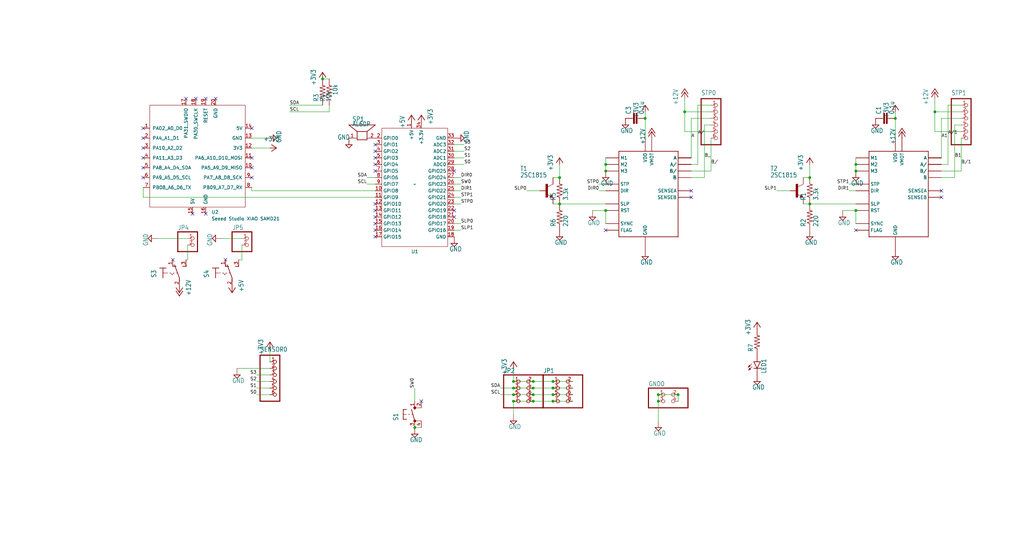
<source format=kicad_sch>
(kicad_sch (version 20230121) (generator eeschema)

  (uuid 14614672-a8ce-4530-a734-b94f01252314)

  (paper "User" 395.072 210.007)

  (lib_symbols
    (symbol "Library:AE-RP2040" (in_bom yes) (on_board yes)
      (property "Reference" "U" (at 0 0 0)
        (effects (font (size 1.27 1.27)))
      )
      (property "Value" "" (at 0 0 0)
        (effects (font (size 1.27 1.27)))
      )
      (property "Footprint" "" (at 0 0 0)
        (effects (font (size 1.27 1.27)) hide)
      )
      (property "Datasheet" "" (at 0 0 0)
        (effects (font (size 1.27 1.27)) hide)
      )
      (symbol "AE-RP2040_0_1"
        (rectangle (start -12.7 21.59) (end 12.7 -24.13)
          (stroke (width 0) (type default))
          (fill (type none))
        )
      )
      (symbol "AE-RP2040_1_1"
        (pin power_in line (at -1.27 24.13 270) (length 2.54)
          (name "+5V" (effects (font (size 1.27 1.27))))
          (number "1" (effects (font (size 1.27 1.27))))
        )
        (pin bidirectional line (at -15.24 -2.54 0) (length 2.54)
          (name "GPIO8" (effects (font (size 1.27 1.27))))
          (number "10" (effects (font (size 1.27 1.27))))
        )
        (pin bidirectional line (at -15.24 -5.08 0) (length 2.54)
          (name "GPIO9" (effects (font (size 1.27 1.27))))
          (number "11" (effects (font (size 1.27 1.27))))
        )
        (pin bidirectional line (at -15.24 -7.62 0) (length 2.54)
          (name "GPIO10" (effects (font (size 1.27 1.27))))
          (number "12" (effects (font (size 1.27 1.27))))
        )
        (pin bidirectional line (at -15.24 -10.16 0) (length 2.54)
          (name "GPIO11" (effects (font (size 1.27 1.27))))
          (number "13" (effects (font (size 1.27 1.27))))
        )
        (pin bidirectional line (at -15.24 -12.7 0) (length 2.54)
          (name "GPIO12" (effects (font (size 1.27 1.27))))
          (number "14" (effects (font (size 1.27 1.27))))
        )
        (pin bidirectional line (at -15.24 -15.24 0) (length 2.54)
          (name "GPIO13" (effects (font (size 1.27 1.27))))
          (number "15" (effects (font (size 1.27 1.27))))
        )
        (pin bidirectional line (at -15.24 -17.78 0) (length 2.54)
          (name "GPIO14" (effects (font (size 1.27 1.27))))
          (number "16" (effects (font (size 1.27 1.27))))
        )
        (pin bidirectional line (at -15.24 -20.32 0) (length 2.54)
          (name "GPIO15" (effects (font (size 1.27 1.27))))
          (number "17" (effects (font (size 1.27 1.27))))
        )
        (pin power_in line (at 15.24 -20.32 180) (length 2.54)
          (name "GND" (effects (font (size 1.27 1.27))))
          (number "18" (effects (font (size 1.27 1.27))))
        )
        (pin bidirectional line (at 15.24 -17.78 180) (length 2.54)
          (name "GPIO16" (effects (font (size 1.27 1.27))))
          (number "19" (effects (font (size 1.27 1.27))))
        )
        (pin bidirectional line (at -15.24 17.78 0) (length 2.54)
          (name "GPIO0" (effects (font (size 1.27 1.27))))
          (number "2" (effects (font (size 1.27 1.27))))
        )
        (pin bidirectional line (at 15.24 -15.24 180) (length 2.54)
          (name "GPIO17" (effects (font (size 1.27 1.27))))
          (number "20" (effects (font (size 1.27 1.27))))
        )
        (pin bidirectional line (at 15.24 -12.7 180) (length 2.54)
          (name "GPIO18" (effects (font (size 1.27 1.27))))
          (number "21" (effects (font (size 1.27 1.27))))
        )
        (pin bidirectional line (at 15.24 -10.16 180) (length 2.54)
          (name "GPIO19" (effects (font (size 1.27 1.27))))
          (number "22" (effects (font (size 1.27 1.27))))
        )
        (pin bidirectional line (at 15.24 -7.62 180) (length 2.54)
          (name "GPIO20" (effects (font (size 1.27 1.27))))
          (number "23" (effects (font (size 1.27 1.27))))
        )
        (pin bidirectional line (at 15.24 -5.08 180) (length 2.54)
          (name "GPIO21" (effects (font (size 1.27 1.27))))
          (number "24" (effects (font (size 1.27 1.27))))
        )
        (pin bidirectional line (at 15.24 -2.54 180) (length 2.54)
          (name "GPIO22" (effects (font (size 1.27 1.27))))
          (number "25" (effects (font (size 1.27 1.27))))
        )
        (pin bidirectional line (at 15.24 0 180) (length 2.54)
          (name "GPIO23" (effects (font (size 1.27 1.27))))
          (number "26" (effects (font (size 1.27 1.27))))
        )
        (pin bidirectional line (at 15.24 2.54 180) (length 2.54)
          (name "GPIO24" (effects (font (size 1.27 1.27))))
          (number "27" (effects (font (size 1.27 1.27))))
        )
        (pin bidirectional line (at 15.24 5.08 180) (length 2.54)
          (name "GPIO25" (effects (font (size 1.27 1.27))))
          (number "28" (effects (font (size 1.27 1.27))))
        )
        (pin bidirectional line (at 15.24 7.62 180) (length 2.54)
          (name "ADC0" (effects (font (size 1.27 1.27))))
          (number "29" (effects (font (size 1.27 1.27))))
        )
        (pin bidirectional line (at -15.24 15.24 0) (length 2.54)
          (name "GPIO1" (effects (font (size 1.27 1.27))))
          (number "3" (effects (font (size 1.27 1.27))))
        )
        (pin bidirectional line (at 15.24 10.16 180) (length 2.54)
          (name "ADC1" (effects (font (size 1.27 1.27))))
          (number "30" (effects (font (size 1.27 1.27))))
        )
        (pin bidirectional line (at 15.24 12.7 180) (length 2.54)
          (name "ADC2" (effects (font (size 1.27 1.27))))
          (number "31" (effects (font (size 1.27 1.27))))
        )
        (pin bidirectional line (at 15.24 15.24 180) (length 2.54)
          (name "ADC3" (effects (font (size 1.27 1.27))))
          (number "32" (effects (font (size 1.27 1.27))))
        )
        (pin power_in line (at 15.24 17.78 180) (length 2.54)
          (name "GND" (effects (font (size 1.27 1.27))))
          (number "33" (effects (font (size 1.27 1.27))))
        )
        (pin power_in line (at 2.54 24.13 270) (length 2.54)
          (name "+3.3V" (effects (font (size 1.27 1.27))))
          (number "34" (effects (font (size 1.27 1.27))))
        )
        (pin bidirectional line (at -15.24 12.7 0) (length 2.54)
          (name "GPIO2" (effects (font (size 1.27 1.27))))
          (number "4" (effects (font (size 1.27 1.27))))
        )
        (pin bidirectional line (at -15.24 10.16 0) (length 2.54)
          (name "GPIO3" (effects (font (size 1.27 1.27))))
          (number "5" (effects (font (size 1.27 1.27))))
        )
        (pin bidirectional line (at -15.24 7.62 0) (length 2.54)
          (name "GPIO4" (effects (font (size 1.27 1.27))))
          (number "6" (effects (font (size 1.27 1.27))))
        )
        (pin bidirectional line (at -15.24 5.08 0) (length 2.54)
          (name "GPIO5" (effects (font (size 1.27 1.27))))
          (number "7" (effects (font (size 1.27 1.27))))
        )
        (pin bidirectional line (at -15.24 2.54 0) (length 2.54)
          (name "GPIO6" (effects (font (size 1.27 1.27))))
          (number "8" (effects (font (size 1.27 1.27))))
        )
        (pin bidirectional line (at -15.24 0 0) (length 2.54)
          (name "GPIO7" (effects (font (size 1.27 1.27))))
          (number "9" (effects (font (size 1.27 1.27))))
        )
      )
    )
    (symbol "Seeed_Studio_XIAO_Series:Seeed Studio XIAO SAMD21" (pin_names (offset 1.016)) (in_bom yes) (on_board yes)
      (property "Reference" "U" (at -19.05 22.86 0)
        (effects (font (size 1.27 1.27)))
      )
      (property "Value" "Seeed Studio XIAO SAMD21" (at -12.7 21.59 0)
        (effects (font (size 1.27 1.27)))
      )
      (property "Footprint" "" (at -8.89 5.08 0)
        (effects (font (size 1.27 1.27)) hide)
      )
      (property "Datasheet" "" (at -8.89 5.08 0)
        (effects (font (size 1.27 1.27)) hide)
      )
      (symbol "Seeed Studio XIAO SAMD21_0_1"
        (rectangle (start -19.05 20.32) (end 17.78 -19.05)
          (stroke (width 0) (type default))
          (fill (type none))
        )
      )
      (symbol "Seeed Studio XIAO SAMD21_1_1"
        (pin unspecified line (at -21.59 11.43 0) (length 2.54)
          (name "PA02_A0_D0" (effects (font (size 1.27 1.27))))
          (number "1" (effects (font (size 1.27 1.27))))
        )
        (pin unspecified line (at 20.32 -3.81 180) (length 2.54)
          (name "PA5_A9_D9_MISO" (effects (font (size 1.27 1.27))))
          (number "10" (effects (font (size 1.27 1.27))))
        )
        (pin unspecified line (at 20.32 0 180) (length 2.54)
          (name "PA6_A10_D10_MOSI" (effects (font (size 1.27 1.27))))
          (number "11" (effects (font (size 1.27 1.27))))
        )
        (pin unspecified line (at 20.32 3.81 180) (length 2.54)
          (name "3V3" (effects (font (size 1.27 1.27))))
          (number "12" (effects (font (size 1.27 1.27))))
        )
        (pin unspecified line (at 20.32 7.62 180) (length 2.54)
          (name "GND" (effects (font (size 1.27 1.27))))
          (number "13" (effects (font (size 1.27 1.27))))
        )
        (pin unspecified line (at 20.32 11.43 180) (length 2.54)
          (name "5V" (effects (font (size 1.27 1.27))))
          (number "14" (effects (font (size 1.27 1.27))))
        )
        (pin input line (at -2.54 -21.59 90) (length 2.54)
          (name "5V" (effects (font (size 1.27 1.27))))
          (number "15" (effects (font (size 1.27 1.27))))
        )
        (pin input line (at 2.54 -21.59 90) (length 2.54)
          (name "GND" (effects (font (size 1.27 1.27))))
          (number "16" (effects (font (size 1.27 1.27))))
        )
        (pin input line (at -5.08 22.86 270) (length 2.54)
          (name "PA31_SWDIO" (effects (font (size 1.27 1.27))))
          (number "17" (effects (font (size 1.27 1.27))))
        )
        (pin input line (at -1.27 22.86 270) (length 2.54)
          (name "PA30_SWCLK" (effects (font (size 1.27 1.27))))
          (number "18" (effects (font (size 1.27 1.27))))
        )
        (pin input line (at 2.54 22.86 270) (length 2.54)
          (name "RESET" (effects (font (size 1.27 1.27))))
          (number "19" (effects (font (size 1.27 1.27))))
        )
        (pin unspecified line (at -21.59 7.62 0) (length 2.54)
          (name "PA4_A1_D1" (effects (font (size 1.27 1.27))))
          (number "2" (effects (font (size 1.27 1.27))))
        )
        (pin input line (at 6.35 22.86 270) (length 2.54)
          (name "GND" (effects (font (size 1.27 1.27))))
          (number "20" (effects (font (size 1.27 1.27))))
        )
        (pin unspecified line (at -21.59 3.81 0) (length 2.54)
          (name "PA10_A2_D2" (effects (font (size 1.27 1.27))))
          (number "3" (effects (font (size 1.27 1.27))))
        )
        (pin unspecified line (at -21.59 0 0) (length 2.54)
          (name "PA11_A3_D3" (effects (font (size 1.27 1.27))))
          (number "4" (effects (font (size 1.27 1.27))))
        )
        (pin unspecified line (at -21.59 -3.81 0) (length 2.54)
          (name "PA8_A4_D4_SDA" (effects (font (size 1.27 1.27))))
          (number "5" (effects (font (size 1.27 1.27))))
        )
        (pin unspecified line (at -21.59 -7.62 0) (length 2.54)
          (name "PA9_A5_D5_SCL" (effects (font (size 1.27 1.27))))
          (number "6" (effects (font (size 1.27 1.27))))
        )
        (pin unspecified line (at -21.59 -11.43 0) (length 2.54)
          (name "PB08_A6_D6_TX" (effects (font (size 1.27 1.27))))
          (number "7" (effects (font (size 1.27 1.27))))
        )
        (pin unspecified line (at 20.32 -11.43 180) (length 2.54)
          (name "PB09_A7_D7_RX" (effects (font (size 1.27 1.27))))
          (number "8" (effects (font (size 1.27 1.27))))
        )
        (pin unspecified line (at 20.32 -7.62 180) (length 2.54)
          (name "PA7_A8_D8_SCK" (effects (font (size 1.27 1.27))))
          (number "9" (effects (font (size 1.27 1.27))))
        )
      )
    )
    (symbol "untitled-eagle-import:+12V" (power) (in_bom yes) (on_board yes)
      (property "Reference" "#P+" (at 0 0 0)
        (effects (font (size 1.27 1.27)) hide)
      )
      (property "Value" "+12V" (at -2.54 -5.08 90)
        (effects (font (size 1.778 1.5113)) (justify left bottom))
      )
      (property "Footprint" "" (at 0 0 0)
        (effects (font (size 1.27 1.27)) hide)
      )
      (property "Datasheet" "" (at 0 0 0)
        (effects (font (size 1.27 1.27)) hide)
      )
      (property "ki_locked" "" (at 0 0 0)
        (effects (font (size 1.27 1.27)))
      )
      (symbol "+12V_1_0"
        (polyline
          (pts
            (xy 0 0)
            (xy -1.27 -1.905)
          )
          (stroke (width 0.254) (type solid))
          (fill (type none))
        )
        (polyline
          (pts
            (xy 0 1.27)
            (xy -1.27 -0.635)
          )
          (stroke (width 0.254) (type solid))
          (fill (type none))
        )
        (polyline
          (pts
            (xy 1.27 -1.905)
            (xy 0 0)
          )
          (stroke (width 0.254) (type solid))
          (fill (type none))
        )
        (polyline
          (pts
            (xy 1.27 -0.635)
            (xy 0 1.27)
          )
          (stroke (width 0.254) (type solid))
          (fill (type none))
        )
        (pin power_in line (at 0 -2.54 90) (length 2.54)
          (name "+12V" (effects (font (size 0 0))))
          (number "1" (effects (font (size 0 0))))
        )
      )
    )
    (symbol "untitled-eagle-import:+3V3" (power) (in_bom yes) (on_board yes)
      (property "Reference" "#+3V3" (at 0 0 0)
        (effects (font (size 1.27 1.27)) hide)
      )
      (property "Value" "+3V3" (at -2.54 -5.08 90)
        (effects (font (size 1.778 1.5113)) (justify left bottom))
      )
      (property "Footprint" "" (at 0 0 0)
        (effects (font (size 1.27 1.27)) hide)
      )
      (property "Datasheet" "" (at 0 0 0)
        (effects (font (size 1.27 1.27)) hide)
      )
      (property "ki_locked" "" (at 0 0 0)
        (effects (font (size 1.27 1.27)))
      )
      (symbol "+3V3_1_0"
        (polyline
          (pts
            (xy 0 0)
            (xy -1.27 -1.905)
          )
          (stroke (width 0.254) (type solid))
          (fill (type none))
        )
        (polyline
          (pts
            (xy 1.27 -1.905)
            (xy 0 0)
          )
          (stroke (width 0.254) (type solid))
          (fill (type none))
        )
        (pin power_in line (at 0 -2.54 90) (length 2.54)
          (name "+3V3" (effects (font (size 0 0))))
          (number "1" (effects (font (size 0 0))))
        )
      )
    )
    (symbol "untitled-eagle-import:+5V" (power) (in_bom yes) (on_board yes)
      (property "Reference" "#P+" (at 0 0 0)
        (effects (font (size 1.27 1.27)) hide)
      )
      (property "Value" "+5V" (at -2.54 -5.08 90)
        (effects (font (size 1.778 1.5113)) (justify left bottom))
      )
      (property "Footprint" "" (at 0 0 0)
        (effects (font (size 1.27 1.27)) hide)
      )
      (property "Datasheet" "" (at 0 0 0)
        (effects (font (size 1.27 1.27)) hide)
      )
      (property "ki_locked" "" (at 0 0 0)
        (effects (font (size 1.27 1.27)))
      )
      (symbol "+5V_1_0"
        (polyline
          (pts
            (xy 0 0)
            (xy -1.27 -1.905)
          )
          (stroke (width 0.254) (type solid))
          (fill (type none))
        )
        (polyline
          (pts
            (xy 1.27 -1.905)
            (xy 0 0)
          )
          (stroke (width 0.254) (type solid))
          (fill (type none))
        )
        (pin power_in line (at 0 -2.54 90) (length 2.54)
          (name "+5V" (effects (font (size 0 0))))
          (number "1" (effects (font (size 0 0))))
        )
      )
    )
    (symbol "untitled-eagle-import:10-XX" (in_bom yes) (on_board yes)
      (property "Reference" "S" (at -6.35 -2.54 90)
        (effects (font (size 1.778 1.5113)) (justify left bottom))
      )
      (property "Value" "" (at -3.81 3.175 90)
        (effects (font (size 1.778 1.5113)) (justify left bottom))
      )
      (property "Footprint" "untitled:B3F-10XX" (at 0 0 0)
        (effects (font (size 1.27 1.27)) hide)
      )
      (property "Datasheet" "" (at 0 0 0)
        (effects (font (size 1.27 1.27)) hide)
      )
      (property "ki_locked" "" (at 0 0 0)
        (effects (font (size 1.27 1.27)))
      )
      (symbol "10-XX_1_0"
        (circle (center 0 -2.54) (radius 0.127)
          (stroke (width 0.4064) (type solid))
          (fill (type none))
        )
        (polyline
          (pts
            (xy -4.445 -1.905)
            (xy -3.175 -1.905)
          )
          (stroke (width 0.254) (type solid))
          (fill (type none))
        )
        (polyline
          (pts
            (xy -4.445 0)
            (xy -4.445 -1.905)
          )
          (stroke (width 0.254) (type solid))
          (fill (type none))
        )
        (polyline
          (pts
            (xy -4.445 0)
            (xy -3.175 0)
          )
          (stroke (width 0.1524) (type solid))
          (fill (type none))
        )
        (polyline
          (pts
            (xy -4.445 1.905)
            (xy -4.445 0)
          )
          (stroke (width 0.254) (type solid))
          (fill (type none))
        )
        (polyline
          (pts
            (xy -4.445 1.905)
            (xy -3.175 1.905)
          )
          (stroke (width 0.254) (type solid))
          (fill (type none))
        )
        (polyline
          (pts
            (xy -2.54 0)
            (xy -1.905 0)
          )
          (stroke (width 0.1524) (type solid))
          (fill (type none))
        )
        (polyline
          (pts
            (xy -1.27 0)
            (xy -0.635 0)
          )
          (stroke (width 0.1524) (type solid))
          (fill (type none))
        )
        (polyline
          (pts
            (xy 0 -2.54)
            (xy -1.27 1.905)
          )
          (stroke (width 0.254) (type solid))
          (fill (type none))
        )
        (polyline
          (pts
            (xy 0 1.905)
            (xy 0 2.54)
          )
          (stroke (width 0.254) (type solid))
          (fill (type none))
        )
        (polyline
          (pts
            (xy 2.54 -2.54)
            (xy 0 -2.54)
          )
          (stroke (width 0.1524) (type solid))
          (fill (type none))
        )
        (polyline
          (pts
            (xy 2.54 2.54)
            (xy 0 2.54)
          )
          (stroke (width 0.1524) (type solid))
          (fill (type none))
        )
        (circle (center 0 2.54) (radius 0.127)
          (stroke (width 0.4064) (type solid))
          (fill (type none))
        )
        (pin passive line (at 0 5.08 270) (length 2.54)
          (name "S" (effects (font (size 0 0))))
          (number "1" (effects (font (size 1.27 1.27))))
        )
        (pin passive line (at 2.54 5.08 270) (length 2.54)
          (name "S1" (effects (font (size 0 0))))
          (number "2" (effects (font (size 1.27 1.27))))
        )
        (pin passive line (at 0 -5.08 90) (length 2.54)
          (name "P" (effects (font (size 0 0))))
          (number "3" (effects (font (size 1.27 1.27))))
        )
        (pin passive line (at 2.54 -5.08 90) (length 2.54)
          (name "P1" (effects (font (size 0 0))))
          (number "4" (effects (font (size 1.27 1.27))))
        )
      )
    )
    (symbol "untitled-eagle-import:2SC1815" (in_bom yes) (on_board yes)
      (property "Reference" "T" (at -10.16 7.62 0)
        (effects (font (size 1.778 1.5113)) (justify left bottom))
      )
      (property "Value" "" (at -10.16 5.08 0)
        (effects (font (size 1.778 1.5113)) (justify left bottom))
      )
      (property "Footprint" "untitled:TO92-ECB" (at 0 0 0)
        (effects (font (size 1.27 1.27)) hide)
      )
      (property "Datasheet" "" (at 0 0 0)
        (effects (font (size 1.27 1.27)) hide)
      )
      (property "ki_locked" "" (at 0 0 0)
        (effects (font (size 1.27 1.27)))
      )
      (symbol "2SC1815_1_0"
        (rectangle (start -0.254 -2.54) (end 0.508 2.54)
          (stroke (width 0) (type default))
          (fill (type outline))
        )
        (polyline
          (pts
            (xy 1.27 -2.54)
            (xy 1.778 -1.524)
          )
          (stroke (width 0.1524) (type solid))
          (fill (type none))
        )
        (polyline
          (pts
            (xy 1.524 -2.413)
            (xy 2.286 -2.413)
          )
          (stroke (width 0.254) (type solid))
          (fill (type none))
        )
        (polyline
          (pts
            (xy 1.524 -2.286)
            (xy 1.905 -2.286)
          )
          (stroke (width 0.254) (type solid))
          (fill (type none))
        )
        (polyline
          (pts
            (xy 1.54 -2.04)
            (xy 0.308 -1.424)
          )
          (stroke (width 0.1524) (type solid))
          (fill (type none))
        )
        (polyline
          (pts
            (xy 1.778 -1.778)
            (xy 1.524 -2.286)
          )
          (stroke (width 0.254) (type solid))
          (fill (type none))
        )
        (polyline
          (pts
            (xy 1.778 -1.524)
            (xy 2.54 -2.54)
          )
          (stroke (width 0.1524) (type solid))
          (fill (type none))
        )
        (polyline
          (pts
            (xy 1.905 -2.286)
            (xy 1.778 -2.032)
          )
          (stroke (width 0.254) (type solid))
          (fill (type none))
        )
        (polyline
          (pts
            (xy 2.286 -2.413)
            (xy 1.778 -1.778)
          )
          (stroke (width 0.254) (type solid))
          (fill (type none))
        )
        (polyline
          (pts
            (xy 2.54 -2.54)
            (xy 1.27 -2.54)
          )
          (stroke (width 0.1524) (type solid))
          (fill (type none))
        )
        (polyline
          (pts
            (xy 2.54 2.54)
            (xy 0.508 1.524)
          )
          (stroke (width 0.1524) (type solid))
          (fill (type none))
        )
        (pin passive line (at -2.54 0 0) (length 2.54)
          (name "B" (effects (font (size 0 0))))
          (number "B" (effects (font (size 0 0))))
        )
        (pin passive line (at 2.54 5.08 270) (length 2.54)
          (name "C" (effects (font (size 0 0))))
          (number "C" (effects (font (size 0 0))))
        )
        (pin passive line (at 2.54 -5.08 90) (length 2.54)
          (name "E" (effects (font (size 0 0))))
          (number "E" (effects (font (size 0 0))))
        )
      )
    )
    (symbol "untitled-eagle-import:AL60P" (in_bom yes) (on_board yes)
      (property "Reference" "SP" (at -3.81 6.35 0)
        (effects (font (size 1.778 1.5113)) (justify left bottom))
      )
      (property "Value" "" (at -3.81 -3.175 0)
        (effects (font (size 1.778 1.5113)) (justify left bottom))
      )
      (property "Footprint" "untitled:AL60P" (at 0 0 0)
        (effects (font (size 1.27 1.27)) hide)
      )
      (property "Datasheet" "" (at 0 0 0)
        (effects (font (size 1.27 1.27)) hide)
      )
      (property "ki_locked" "" (at 0 0 0)
        (effects (font (size 1.27 1.27)))
      )
      (symbol "AL60P_1_0"
        (polyline
          (pts
            (xy -2.54 0)
            (xy -1.905 0)
          )
          (stroke (width 0.1524) (type solid))
          (fill (type none))
        )
        (polyline
          (pts
            (xy -1.905 -0.635)
            (xy -1.905 0)
          )
          (stroke (width 0.254) (type solid))
          (fill (type none))
        )
        (polyline
          (pts
            (xy -1.905 -0.635)
            (xy 1.905 -0.635)
          )
          (stroke (width 0.254) (type solid))
          (fill (type none))
        )
        (polyline
          (pts
            (xy -1.905 0)
            (xy -1.905 2.54)
          )
          (stroke (width 0.254) (type solid))
          (fill (type none))
        )
        (polyline
          (pts
            (xy -1.905 2.54)
            (xy -5.08 5.08)
          )
          (stroke (width 0.254) (type solid))
          (fill (type none))
        )
        (polyline
          (pts
            (xy 1.905 -0.635)
            (xy 1.905 0)
          )
          (stroke (width 0.254) (type solid))
          (fill (type none))
        )
        (polyline
          (pts
            (xy 1.905 0)
            (xy 1.905 2.54)
          )
          (stroke (width 0.254) (type solid))
          (fill (type none))
        )
        (polyline
          (pts
            (xy 1.905 2.54)
            (xy -1.905 2.54)
          )
          (stroke (width 0.254) (type solid))
          (fill (type none))
        )
        (polyline
          (pts
            (xy 1.905 2.54)
            (xy 5.08 5.08)
          )
          (stroke (width 0.254) (type solid))
          (fill (type none))
        )
        (polyline
          (pts
            (xy 2.54 0)
            (xy 1.905 0)
          )
          (stroke (width 0.1524) (type solid))
          (fill (type none))
        )
        (polyline
          (pts
            (xy 5.08 5.08)
            (xy -5.08 5.08)
          )
          (stroke (width 0.254) (type solid))
          (fill (type none))
        )
        (pin passive line (at -5.08 0 0) (length 2.54)
          (name "1" (effects (font (size 0 0))))
          (number "1" (effects (font (size 1.27 1.27))))
        )
        (pin passive line (at 5.08 0 180) (length 2.54)
          (name "2" (effects (font (size 0 0))))
          (number "2" (effects (font (size 1.27 1.27))))
        )
      )
    )
    (symbol "untitled-eagle-import:C-EU025-024X044" (in_bom yes) (on_board yes)
      (property "Reference" "C" (at 1.524 0.381 0)
        (effects (font (size 1.778 1.5113)) (justify left bottom))
      )
      (property "Value" "" (at 1.524 -4.699 0)
        (effects (font (size 1.778 1.5113)) (justify left bottom))
      )
      (property "Footprint" "untitled:C025-024X044" (at 0 0 0)
        (effects (font (size 1.27 1.27)) hide)
      )
      (property "Datasheet" "" (at 0 0 0)
        (effects (font (size 1.27 1.27)) hide)
      )
      (property "ki_locked" "" (at 0 0 0)
        (effects (font (size 1.27 1.27)))
      )
      (symbol "C-EU025-024X044_1_0"
        (rectangle (start -2.032 -2.032) (end 2.032 -1.524)
          (stroke (width 0) (type default))
          (fill (type outline))
        )
        (rectangle (start -2.032 -1.016) (end 2.032 -0.508)
          (stroke (width 0) (type default))
          (fill (type outline))
        )
        (polyline
          (pts
            (xy 0 -2.54)
            (xy 0 -2.032)
          )
          (stroke (width 0.1524) (type solid))
          (fill (type none))
        )
        (polyline
          (pts
            (xy 0 0)
            (xy 0 -0.508)
          )
          (stroke (width 0.1524) (type solid))
          (fill (type none))
        )
        (pin passive line (at 0 2.54 270) (length 2.54)
          (name "1" (effects (font (size 0 0))))
          (number "1" (effects (font (size 0 0))))
        )
        (pin passive line (at 0 -5.08 90) (length 2.54)
          (name "2" (effects (font (size 0 0))))
          (number "2" (effects (font (size 0 0))))
        )
      )
    )
    (symbol "untitled-eagle-import:GND" (power) (in_bom yes) (on_board yes)
      (property "Reference" "#SUPPLY" (at 0 0 0)
        (effects (font (size 1.27 1.27)) hide)
      )
      (property "Value" "GND" (at -1.905 -3.175 0)
        (effects (font (size 1.778 1.5113)) (justify left bottom))
      )
      (property "Footprint" "" (at 0 0 0)
        (effects (font (size 1.27 1.27)) hide)
      )
      (property "Datasheet" "" (at 0 0 0)
        (effects (font (size 1.27 1.27)) hide)
      )
      (property "ki_locked" "" (at 0 0 0)
        (effects (font (size 1.27 1.27)))
      )
      (symbol "GND_1_0"
        (polyline
          (pts
            (xy -1.27 0)
            (xy 1.27 0)
          )
          (stroke (width 0.254) (type solid))
          (fill (type none))
        )
        (polyline
          (pts
            (xy 0 -1.27)
            (xy -1.27 0)
          )
          (stroke (width 0.254) (type solid))
          (fill (type none))
        )
        (polyline
          (pts
            (xy 1.27 0)
            (xy 0 -1.27)
          )
          (stroke (width 0.254) (type solid))
          (fill (type none))
        )
        (pin power_in line (at 0 2.54 270) (length 2.54)
          (name "GND" (effects (font (size 0 0))))
          (number "1" (effects (font (size 0 0))))
        )
      )
    )
    (symbol "untitled-eagle-import:LED3MM" (in_bom yes) (on_board yes)
      (property "Reference" "LED" (at 3.556 -4.572 90)
        (effects (font (size 1.778 1.5113)) (justify left bottom))
      )
      (property "Value" "" (at 5.715 -4.572 90)
        (effects (font (size 1.778 1.5113)) (justify left bottom))
      )
      (property "Footprint" "untitled:LED3MM" (at 0 0 0)
        (effects (font (size 1.27 1.27)) hide)
      )
      (property "Datasheet" "" (at 0 0 0)
        (effects (font (size 1.27 1.27)) hide)
      )
      (property "ki_locked" "" (at 0 0 0)
        (effects (font (size 1.27 1.27)))
      )
      (symbol "LED3MM_1_0"
        (polyline
          (pts
            (xy -2.032 -0.762)
            (xy -3.429 -2.159)
          )
          (stroke (width 0.1524) (type solid))
          (fill (type none))
        )
        (polyline
          (pts
            (xy -1.905 -1.905)
            (xy -3.302 -3.302)
          )
          (stroke (width 0.1524) (type solid))
          (fill (type none))
        )
        (polyline
          (pts
            (xy 0 -2.54)
            (xy -1.27 -2.54)
          )
          (stroke (width 0.254) (type solid))
          (fill (type none))
        )
        (polyline
          (pts
            (xy 0 -2.54)
            (xy -1.27 0)
          )
          (stroke (width 0.254) (type solid))
          (fill (type none))
        )
        (polyline
          (pts
            (xy 0 0)
            (xy -1.27 0)
          )
          (stroke (width 0.254) (type solid))
          (fill (type none))
        )
        (polyline
          (pts
            (xy 1.27 -2.54)
            (xy 0 -2.54)
          )
          (stroke (width 0.254) (type solid))
          (fill (type none))
        )
        (polyline
          (pts
            (xy 1.27 0)
            (xy 0 -2.54)
          )
          (stroke (width 0.254) (type solid))
          (fill (type none))
        )
        (polyline
          (pts
            (xy 1.27 0)
            (xy 0 0)
          )
          (stroke (width 0.254) (type solid))
          (fill (type none))
        )
        (polyline
          (pts
            (xy -3.429 -2.159)
            (xy -3.048 -1.27)
            (xy -2.54 -1.778)
          )
          (stroke (width 0.1524) (type solid))
          (fill (type outline))
        )
        (polyline
          (pts
            (xy -3.302 -3.302)
            (xy -2.921 -2.413)
            (xy -2.413 -2.921)
          )
          (stroke (width 0.1524) (type solid))
          (fill (type outline))
        )
        (pin passive line (at 0 2.54 270) (length 2.54)
          (name "A" (effects (font (size 0 0))))
          (number "A" (effects (font (size 0 0))))
        )
        (pin passive line (at 0 -5.08 90) (length 2.54)
          (name "C" (effects (font (size 0 0))))
          (number "K" (effects (font (size 0 0))))
        )
      )
    )
    (symbol "untitled-eagle-import:PINHD-1X2/90" (in_bom yes) (on_board yes)
      (property "Reference" "JP" (at -6.35 5.715 0)
        (effects (font (size 1.778 1.5113)) (justify left bottom))
      )
      (property "Value" "" (at -6.35 -5.08 0)
        (effects (font (size 1.778 1.5113)) (justify left bottom))
      )
      (property "Footprint" "untitled:1X02_90" (at 0 0 0)
        (effects (font (size 1.27 1.27)) hide)
      )
      (property "Datasheet" "" (at 0 0 0)
        (effects (font (size 1.27 1.27)) hide)
      )
      (property "ki_locked" "" (at 0 0 0)
        (effects (font (size 1.27 1.27)))
      )
      (symbol "PINHD-1X2/90_1_0"
        (polyline
          (pts
            (xy -6.35 -2.54)
            (xy 1.27 -2.54)
          )
          (stroke (width 0.4064) (type solid))
          (fill (type none))
        )
        (polyline
          (pts
            (xy -6.35 5.08)
            (xy -6.35 -2.54)
          )
          (stroke (width 0.4064) (type solid))
          (fill (type none))
        )
        (polyline
          (pts
            (xy 1.27 -2.54)
            (xy 1.27 5.08)
          )
          (stroke (width 0.4064) (type solid))
          (fill (type none))
        )
        (polyline
          (pts
            (xy 1.27 5.08)
            (xy -6.35 5.08)
          )
          (stroke (width 0.4064) (type solid))
          (fill (type none))
        )
        (pin passive inverted (at -2.54 2.54 0) (length 2.54)
          (name "1" (effects (font (size 0 0))))
          (number "1" (effects (font (size 1.27 1.27))))
        )
        (pin passive inverted (at -2.54 0 0) (length 2.54)
          (name "2" (effects (font (size 0 0))))
          (number "2" (effects (font (size 1.27 1.27))))
        )
      )
    )
    (symbol "untitled-eagle-import:PINHD-2X2" (in_bom yes) (on_board yes)
      (property "Reference" "JP" (at -8.89 5.715 0)
        (effects (font (size 1.778 1.5113)) (justify left bottom))
      )
      (property "Value" "" (at -8.89 -5.08 0)
        (effects (font (size 1.778 1.5113)) (justify left bottom))
      )
      (property "Footprint" "untitled:2X02" (at 0 0 0)
        (effects (font (size 1.27 1.27)) hide)
      )
      (property "Datasheet" "" (at 0 0 0)
        (effects (font (size 1.27 1.27)) hide)
      )
      (property "ki_locked" "" (at 0 0 0)
        (effects (font (size 1.27 1.27)))
      )
      (symbol "PINHD-2X2_1_0"
        (polyline
          (pts
            (xy -8.89 -2.54)
            (xy 6.35 -2.54)
          )
          (stroke (width 0.4064) (type solid))
          (fill (type none))
        )
        (polyline
          (pts
            (xy -8.89 5.08)
            (xy -8.89 -2.54)
          )
          (stroke (width 0.4064) (type solid))
          (fill (type none))
        )
        (polyline
          (pts
            (xy 6.35 -2.54)
            (xy 6.35 5.08)
          )
          (stroke (width 0.4064) (type solid))
          (fill (type none))
        )
        (polyline
          (pts
            (xy 6.35 5.08)
            (xy -8.89 5.08)
          )
          (stroke (width 0.4064) (type solid))
          (fill (type none))
        )
        (pin passive inverted (at -5.08 2.54 0) (length 2.54)
          (name "1" (effects (font (size 0 0))))
          (number "1" (effects (font (size 1.27 1.27))))
        )
        (pin passive inverted (at 2.54 2.54 180) (length 2.54)
          (name "2" (effects (font (size 0 0))))
          (number "2" (effects (font (size 1.27 1.27))))
        )
        (pin passive inverted (at -5.08 0 0) (length 2.54)
          (name "3" (effects (font (size 0 0))))
          (number "3" (effects (font (size 1.27 1.27))))
        )
        (pin passive inverted (at 2.54 0 180) (length 2.54)
          (name "4" (effects (font (size 0 0))))
          (number "4" (effects (font (size 1.27 1.27))))
        )
      )
    )
    (symbol "untitled-eagle-import:R-US_0204/5" (in_bom yes) (on_board yes)
      (property "Reference" "R" (at -3.81 1.4986 0)
        (effects (font (size 1.778 1.5113)) (justify left bottom))
      )
      (property "Value" "" (at -3.81 -3.302 0)
        (effects (font (size 1.778 1.5113)) (justify left bottom))
      )
      (property "Footprint" "untitled:0204_5" (at 0 0 0)
        (effects (font (size 1.27 1.27)) hide)
      )
      (property "Datasheet" "" (at 0 0 0)
        (effects (font (size 1.27 1.27)) hide)
      )
      (property "ki_locked" "" (at 0 0 0)
        (effects (font (size 1.27 1.27)))
      )
      (symbol "R-US_0204/5_1_0"
        (polyline
          (pts
            (xy -2.54 0)
            (xy -2.159 1.016)
          )
          (stroke (width 0.2032) (type solid))
          (fill (type none))
        )
        (polyline
          (pts
            (xy -2.159 1.016)
            (xy -1.524 -1.016)
          )
          (stroke (width 0.2032) (type solid))
          (fill (type none))
        )
        (polyline
          (pts
            (xy -1.524 -1.016)
            (xy -0.889 1.016)
          )
          (stroke (width 0.2032) (type solid))
          (fill (type none))
        )
        (polyline
          (pts
            (xy -0.889 1.016)
            (xy -0.254 -1.016)
          )
          (stroke (width 0.2032) (type solid))
          (fill (type none))
        )
        (polyline
          (pts
            (xy -0.254 -1.016)
            (xy 0.381 1.016)
          )
          (stroke (width 0.2032) (type solid))
          (fill (type none))
        )
        (polyline
          (pts
            (xy 0.381 1.016)
            (xy 1.016 -1.016)
          )
          (stroke (width 0.2032) (type solid))
          (fill (type none))
        )
        (polyline
          (pts
            (xy 1.016 -1.016)
            (xy 1.651 1.016)
          )
          (stroke (width 0.2032) (type solid))
          (fill (type none))
        )
        (polyline
          (pts
            (xy 1.651 1.016)
            (xy 2.286 -1.016)
          )
          (stroke (width 0.2032) (type solid))
          (fill (type none))
        )
        (polyline
          (pts
            (xy 2.286 -1.016)
            (xy 2.54 0)
          )
          (stroke (width 0.2032) (type solid))
          (fill (type none))
        )
        (pin passive line (at -5.08 0 0) (length 2.54)
          (name "1" (effects (font (size 0 0))))
          (number "1" (effects (font (size 0 0))))
        )
        (pin passive line (at 5.08 0 180) (length 2.54)
          (name "2" (effects (font (size 0 0))))
          (number "2" (effects (font (size 0 0))))
        )
      )
    )
    (symbol "untitled-eagle-import:SLA7073MPRT" (in_bom yes) (on_board yes)
      (property "Reference" "" (at 0 0 0)
        (effects (font (size 1.27 1.27)) hide)
      )
      (property "Value" "" (at 0 0 0)
        (effects (font (size 1.27 1.27)) hide)
      )
      (property "Footprint" "untitled:SLA7073MPRT" (at 0 0 0)
        (effects (font (size 1.27 1.27)) hide)
      )
      (property "Datasheet" "" (at 0 0 0)
        (effects (font (size 1.27 1.27)) hide)
      )
      (property "ki_locked" "" (at 0 0 0)
        (effects (font (size 1.27 1.27)))
      )
      (symbol "SLA7073MPRT_1_0"
        (polyline
          (pts
            (xy -10.16 -20.32)
            (xy 12.7 -20.32)
          )
          (stroke (width 0.254) (type solid))
          (fill (type none))
        )
        (polyline
          (pts
            (xy -10.16 12.7)
            (xy -10.16 -20.32)
          )
          (stroke (width 0.254) (type solid))
          (fill (type none))
        )
        (polyline
          (pts
            (xy 12.7 -20.32)
            (xy 12.7 12.7)
          )
          (stroke (width 0.254) (type solid))
          (fill (type none))
        )
        (polyline
          (pts
            (xy 12.7 12.7)
            (xy -10.16 12.7)
          )
          (stroke (width 0.254) (type solid))
          (fill (type none))
        )
        (pin bidirectional line (at -15.24 0 0) (length 5.08)
          (name "STP" (effects (font (size 1.27 1.27))))
          (number "CLK" (effects (font (size 0 0))))
        )
        (pin bidirectional line (at -15.24 -2.54 0) (length 5.08)
          (name "DIR" (effects (font (size 1.27 1.27))))
          (number "DIR" (effects (font (size 0 0))))
        )
        (pin bidirectional line (at -15.24 -17.78 0) (length 5.08)
          (name "FLAG" (effects (font (size 1.27 1.27))))
          (number "FLAG" (effects (font (size 0 0))))
        )
        (pin bidirectional line (at 0 -25.4 90) (length 5.08)
          (name "GND" (effects (font (size 1.27 1.27))))
          (number "GND" (effects (font (size 0 0))))
        )
        (pin bidirectional line (at -15.24 10.16 0) (length 5.08)
          (name "M1" (effects (font (size 1.27 1.27))))
          (number "M1" (effects (font (size 0 0))))
        )
        (pin bidirectional line (at -15.24 7.62 0) (length 5.08)
          (name "M2" (effects (font (size 1.27 1.27))))
          (number "M2" (effects (font (size 0 0))))
        )
        (pin bidirectional line (at -15.24 5.08 0) (length 5.08)
          (name "M3" (effects (font (size 1.27 1.27))))
          (number "M3" (effects (font (size 0 0))))
        )
        (pin bidirectional line (at 17.78 7.62 180) (length 5.08)
          (name "A/" (effects (font (size 1.27 1.27))))
          (number "OUTA/1" (effects (font (size 0 0))))
        )
        (pin bidirectional line (at 17.78 7.62 180) (length 5.08)
          (name "A/" (effects (font (size 1.27 1.27))))
          (number "OUTA/2" (effects (font (size 0 0))))
        )
        (pin bidirectional line (at 17.78 10.16 180) (length 5.08)
          (name "A" (effects (font (size 1.27 1.27))))
          (number "OUTA1" (effects (font (size 0 0))))
        )
        (pin bidirectional line (at 17.78 10.16 180) (length 5.08)
          (name "A" (effects (font (size 1.27 1.27))))
          (number "OUTA2" (effects (font (size 0 0))))
        )
        (pin bidirectional line (at 17.78 5.08 180) (length 5.08)
          (name "B/" (effects (font (size 1.27 1.27))))
          (number "OUTB/1" (effects (font (size 0 0))))
        )
        (pin bidirectional line (at 17.78 5.08 180) (length 5.08)
          (name "B/" (effects (font (size 1.27 1.27))))
          (number "OUTB/2" (effects (font (size 0 0))))
        )
        (pin bidirectional line (at 17.78 2.54 180) (length 5.08)
          (name "B" (effects (font (size 1.27 1.27))))
          (number "OUTB1" (effects (font (size 0 0))))
        )
        (pin bidirectional line (at 17.78 2.54 180) (length 5.08)
          (name "B" (effects (font (size 1.27 1.27))))
          (number "OUTB2" (effects (font (size 0 0))))
        )
        (pin bidirectional line (at -15.24 -10.16 0) (length 5.08)
          (name "RST" (effects (font (size 1.27 1.27))))
          (number "RST" (effects (font (size 0 0))))
        )
        (pin bidirectional line (at 17.78 -2.54 180) (length 5.08)
          (name "SENSEA" (effects (font (size 1.27 1.27))))
          (number "SENSEA" (effects (font (size 0 0))))
        )
        (pin bidirectional line (at 17.78 -5.08 180) (length 5.08)
          (name "SENSEB" (effects (font (size 1.27 1.27))))
          (number "SENSEB" (effects (font (size 0 0))))
        )
        (pin bidirectional line (at -15.24 -7.62 0) (length 5.08)
          (name "SLP" (effects (font (size 1.27 1.27))))
          (number "SLP" (effects (font (size 0 0))))
        )
        (pin bidirectional line (at -15.24 -15.24 0) (length 5.08)
          (name "SYNC" (effects (font (size 1.27 1.27))))
          (number "SYNC" (effects (font (size 0 0))))
        )
        (pin bidirectional line (at 2.54 17.78 270) (length 5.08)
          (name "VMOT" (effects (font (size 1.27 1.27))))
          (number "VBB" (effects (font (size 0 0))))
        )
        (pin bidirectional line (at 0 17.78 270) (length 5.08)
          (name "VDD" (effects (font (size 1.27 1.27))))
          (number "VDD" (effects (font (size 0 0))))
        )
      )
    )
    (symbol "untitled-eagle-import:TOGGLE" (in_bom yes) (on_board yes)
      (property "Reference" "S" (at -6.35 -1.905 90)
        (effects (font (size 1.778 1.5113)) (justify left bottom))
      )
      (property "Value" "" (at -3.81 2.54 90)
        (effects (font (size 1.778 1.5113)) (justify left bottom))
      )
      (property "Footprint" "untitled:TOGGLE" (at 0 0 0)
        (effects (font (size 1.27 1.27)) hide)
      )
      (property "Datasheet" "" (at 0 0 0)
        (effects (font (size 1.27 1.27)) hide)
      )
      (property "ki_locked" "" (at 0 0 0)
        (effects (font (size 1.27 1.27)))
      )
      (symbol "TOGGLE_1_0"
        (polyline
          (pts
            (xy -5.08 1.905)
            (xy -3.81 1.905)
          )
          (stroke (width 0.254) (type solid))
          (fill (type none))
        )
        (polyline
          (pts
            (xy -3.81 0)
            (xy -3.81 -1.905)
          )
          (stroke (width 0.254) (type solid))
          (fill (type none))
        )
        (polyline
          (pts
            (xy -3.81 0)
            (xy -1.905 0)
          )
          (stroke (width 0.1524) (type solid))
          (fill (type none))
        )
        (polyline
          (pts
            (xy -3.81 1.905)
            (xy -3.81 0)
          )
          (stroke (width 0.254) (type solid))
          (fill (type none))
        )
        (polyline
          (pts
            (xy -3.81 1.905)
            (xy -2.54 1.905)
          )
          (stroke (width 0.254) (type solid))
          (fill (type none))
        )
        (polyline
          (pts
            (xy -1.27 0)
            (xy -0.762 0)
          )
          (stroke (width 0.1524) (type solid))
          (fill (type none))
        )
        (polyline
          (pts
            (xy -0.762 0)
            (xy -0.254 -0.762)
          )
          (stroke (width 0.1524) (type solid))
          (fill (type none))
        )
        (polyline
          (pts
            (xy -0.254 -0.762)
            (xy 0.254 0)
          )
          (stroke (width 0.1524) (type solid))
          (fill (type none))
        )
        (polyline
          (pts
            (xy 0 2.54)
            (xy 0 3.175)
          )
          (stroke (width 0.254) (type solid))
          (fill (type none))
        )
        (polyline
          (pts
            (xy 0 2.54)
            (xy 1.27 2.54)
          )
          (stroke (width 0.254) (type solid))
          (fill (type none))
        )
        (polyline
          (pts
            (xy 0.254 0)
            (xy 0.635 0)
          )
          (stroke (width 0.1524) (type solid))
          (fill (type none))
        )
        (polyline
          (pts
            (xy 1.27 0)
            (xy 1.905 0)
          )
          (stroke (width 0.1524) (type solid))
          (fill (type none))
        )
        (polyline
          (pts
            (xy 2.54 -3.175)
            (xy 2.54 -1.905)
          )
          (stroke (width 0.254) (type solid))
          (fill (type none))
        )
        (polyline
          (pts
            (xy 2.54 -1.905)
            (xy 0.635 3.175)
          )
          (stroke (width 0.254) (type solid))
          (fill (type none))
        )
        (polyline
          (pts
            (xy 3.81 2.54)
            (xy 5.08 2.54)
          )
          (stroke (width 0.254) (type solid))
          (fill (type none))
        )
        (polyline
          (pts
            (xy 5.08 2.54)
            (xy 5.08 3.175)
          )
          (stroke (width 0.254) (type solid))
          (fill (type none))
        )
        (pin passive line (at 0 5.08 270) (length 2.54)
          (name "O" (effects (font (size 0 0))))
          (number "1" (effects (font (size 1.27 1.27))))
        )
        (pin passive line (at 2.54 -5.08 90) (length 2.54)
          (name "P" (effects (font (size 0 0))))
          (number "2" (effects (font (size 1.27 1.27))))
        )
        (pin passive line (at 5.08 5.08 270) (length 2.54)
          (name "S" (effects (font (size 0 0))))
          (number "3" (effects (font (size 1.27 1.27))))
        )
      )
    )
    (symbol "untitled-eagle-import:XH-6" (in_bom yes) (on_board yes)
      (property "Reference" "CN" (at -3.81 8.89 0)
        (effects (font (size 1.778 1.5113)) (justify left bottom))
      )
      (property "Value" "" (at -3.81 -12.7 0)
        (effects (font (size 1.778 1.5113)) (justify left bottom))
      )
      (property "Footprint" "untitled:XH-6" (at 0 0 0)
        (effects (font (size 1.27 1.27)) hide)
      )
      (property "Datasheet" "" (at 0 0 0)
        (effects (font (size 1.27 1.27)) hide)
      )
      (property "ki_locked" "" (at 0 0 0)
        (effects (font (size 1.27 1.27)))
      )
      (symbol "XH-6_1_0"
        (polyline
          (pts
            (xy -3.81 -10.16)
            (xy 3.81 -10.16)
          )
          (stroke (width 0.4064) (type solid))
          (fill (type none))
        )
        (polyline
          (pts
            (xy -3.81 7.62)
            (xy -3.81 -10.16)
          )
          (stroke (width 0.4064) (type solid))
          (fill (type none))
        )
        (polyline
          (pts
            (xy 3.81 -10.16)
            (xy 3.81 7.62)
          )
          (stroke (width 0.4064) (type solid))
          (fill (type none))
        )
        (polyline
          (pts
            (xy 3.81 7.62)
            (xy -3.81 7.62)
          )
          (stroke (width 0.4064) (type solid))
          (fill (type none))
        )
        (pin passive inverted (at 0 5.08 0) (length 2.54)
          (name "1" (effects (font (size 0 0))))
          (number "1" (effects (font (size 1.27 1.27))))
        )
        (pin passive inverted (at 0 2.54 0) (length 2.54)
          (name "2" (effects (font (size 0 0))))
          (number "2" (effects (font (size 1.27 1.27))))
        )
        (pin passive inverted (at 0 0 0) (length 2.54)
          (name "3" (effects (font (size 0 0))))
          (number "3" (effects (font (size 1.27 1.27))))
        )
        (pin passive inverted (at 0 -2.54 0) (length 2.54)
          (name "4" (effects (font (size 0 0))))
          (number "4" (effects (font (size 1.27 1.27))))
        )
        (pin passive inverted (at 0 -5.08 0) (length 2.54)
          (name "5" (effects (font (size 0 0))))
          (number "5" (effects (font (size 1.27 1.27))))
        )
        (pin passive inverted (at 0 -7.62 0) (length 2.54)
          (name "6" (effects (font (size 0 0))))
          (number "6" (effects (font (size 1.27 1.27))))
        )
      )
    )
    (symbol "untitled-eagle-import:pinhead_PINHD-2X4" (in_bom yes) (on_board yes)
      (property "Reference" "JP" (at -6.35 8.255 0)
        (effects (font (size 1.778 1.5113)) (justify left bottom))
      )
      (property "Value" "" (at -6.35 -7.62 0)
        (effects (font (size 1.778 1.5113)) (justify left bottom))
      )
      (property "Footprint" "untitled:2X04" (at 0 0 0)
        (effects (font (size 1.27 1.27)) hide)
      )
      (property "Datasheet" "" (at 0 0 0)
        (effects (font (size 1.27 1.27)) hide)
      )
      (property "ki_locked" "" (at 0 0 0)
        (effects (font (size 1.27 1.27)))
      )
      (symbol "pinhead_PINHD-2X4_1_0"
        (polyline
          (pts
            (xy -6.35 -5.08)
            (xy 8.89 -5.08)
          )
          (stroke (width 0.4064) (type solid))
          (fill (type none))
        )
        (polyline
          (pts
            (xy -6.35 7.62)
            (xy -6.35 -5.08)
          )
          (stroke (width 0.4064) (type solid))
          (fill (type none))
        )
        (polyline
          (pts
            (xy 8.89 -5.08)
            (xy 8.89 7.62)
          )
          (stroke (width 0.4064) (type solid))
          (fill (type none))
        )
        (polyline
          (pts
            (xy 8.89 7.62)
            (xy -6.35 7.62)
          )
          (stroke (width 0.4064) (type solid))
          (fill (type none))
        )
        (pin passive inverted (at -2.54 5.08 0) (length 2.54)
          (name "1" (effects (font (size 0 0))))
          (number "1" (effects (font (size 1.27 1.27))))
        )
        (pin passive inverted (at 5.08 5.08 180) (length 2.54)
          (name "2" (effects (font (size 0 0))))
          (number "2" (effects (font (size 1.27 1.27))))
        )
        (pin passive inverted (at -2.54 2.54 0) (length 2.54)
          (name "3" (effects (font (size 0 0))))
          (number "3" (effects (font (size 1.27 1.27))))
        )
        (pin passive inverted (at 5.08 2.54 180) (length 2.54)
          (name "4" (effects (font (size 0 0))))
          (number "4" (effects (font (size 1.27 1.27))))
        )
        (pin passive inverted (at -2.54 0 0) (length 2.54)
          (name "5" (effects (font (size 0 0))))
          (number "5" (effects (font (size 1.27 1.27))))
        )
        (pin passive inverted (at 5.08 0 180) (length 2.54)
          (name "6" (effects (font (size 0 0))))
          (number "6" (effects (font (size 1.27 1.27))))
        )
        (pin passive inverted (at -2.54 -2.54 0) (length 2.54)
          (name "7" (effects (font (size 0 0))))
          (number "7" (effects (font (size 1.27 1.27))))
        )
        (pin passive inverted (at 5.08 -2.54 180) (length 2.54)
          (name "8" (effects (font (size 0 0))))
          (number "8" (effects (font (size 1.27 1.27))))
        )
      )
    )
  )

  (junction (at 205.74 149.86) (diameter 0) (color 0 0 0 0)
    (uuid 00cd5f85-9313-4576-afcf-af2b422192d3)
  )
  (junction (at 124.46 30.48) (diameter 0) (color 0 0 0 0)
    (uuid 06639b3d-148f-4ea6-9ac8-d7302e1edc17)
  )
  (junction (at 248.92 45.72) (diameter 0) (color 0 0 0 0)
    (uuid 070aae23-96b9-42f2-ac54-c44d14c2cc95)
  )
  (junction (at 198.12 152.4) (diameter 0) (color 0 0 0 0)
    (uuid 14ff9fae-021d-4d74-9277-959abef4c95f)
  )
  (junction (at 198.12 147.32) (diameter 0) (color 0 0 0 0)
    (uuid 1720fba5-668c-419d-8598-dec775286481)
  )
  (junction (at 330.2 81.28) (diameter 0) (color 0 0 0 0)
    (uuid 1c6689ce-0453-40de-8dd8-2f25abad0941)
  )
  (junction (at 312.42 68.58) (diameter 0) (color 0 0 0 0)
    (uuid 292c16ba-fb5c-48d9-831a-01a71c62967a)
  )
  (junction (at 330.2 66.04) (diameter 0) (color 0 0 0 0)
    (uuid 2aad9c6b-a2f5-4c09-a84b-e626943f09db)
  )
  (junction (at 213.36 154.94) (diameter 0) (color 0 0 0 0)
    (uuid 2e3c0907-d6c9-438c-af02-6af5771e87bf)
  )
  (junction (at 198.12 154.94) (diameter 0) (color 0 0 0 0)
    (uuid 498fc909-d13e-4415-a0e7-100e7bb45588)
  )
  (junction (at 360.68 43.18) (diameter 0) (color 0 0 0 0)
    (uuid 53eedd75-9a38-4327-a4c8-1771823a7b6d)
  )
  (junction (at 261.62 152.4) (diameter 0) (color 0 0 0 0)
    (uuid 6cff6b26-6c02-4cea-a200-92dff021879c)
  )
  (junction (at 213.36 152.4) (diameter 0) (color 0 0 0 0)
    (uuid 6edf702e-0961-4d4c-b8c1-eb68381307fe)
  )
  (junction (at 312.42 78.74) (diameter 0) (color 0 0 0 0)
    (uuid 73439863-32cc-4a74-8584-906df915ad45)
  )
  (junction (at 345.44 45.72) (diameter 0) (color 0 0 0 0)
    (uuid 77dbbff8-2015-4e92-9e3d-e5f4c587ee11)
  )
  (junction (at 264.16 43.18) (diameter 0) (color 0 0 0 0)
    (uuid 7853ee9c-e040-417f-a1f2-91ea58ae3667)
  )
  (junction (at 215.9 78.74) (diameter 0) (color 0 0 0 0)
    (uuid 7d3cde89-196f-4f44-b565-76b6a4590d52)
  )
  (junction (at 205.74 154.94) (diameter 0) (color 0 0 0 0)
    (uuid 89f744fd-3259-47f8-ba87-cfe1a58dc463)
  )
  (junction (at 233.68 63.5) (diameter 0) (color 0 0 0 0)
    (uuid a213a467-ffeb-4aab-8f0e-4ebf26e3047c)
  )
  (junction (at 330.2 63.5) (diameter 0) (color 0 0 0 0)
    (uuid a604e3a8-7a91-4733-adb2-34e8c784a3a5)
  )
  (junction (at 213.36 147.32) (diameter 0) (color 0 0 0 0)
    (uuid a78554ac-7e65-4280-b314-11eb2b4bb79f)
  )
  (junction (at 215.9 68.58) (diameter 0) (color 0 0 0 0)
    (uuid a868366a-2582-4fbf-99d3-15b78006fb23)
  )
  (junction (at 205.74 147.32) (diameter 0) (color 0 0 0 0)
    (uuid bd198814-4f0d-41c5-94e4-a55c27d992df)
  )
  (junction (at 198.12 149.86) (diameter 0) (color 0 0 0 0)
    (uuid c717e4e6-aba1-4c86-a11b-b41f53bbee45)
  )
  (junction (at 233.68 81.28) (diameter 0) (color 0 0 0 0)
    (uuid c80a67aa-c42a-47d6-b6f5-253b1ecb3a03)
  )
  (junction (at 233.68 66.04) (diameter 0) (color 0 0 0 0)
    (uuid c8921a69-1902-40cc-8368-411dabd2509d)
  )
  (junction (at 254 152.4) (diameter 0) (color 0 0 0 0)
    (uuid d214e9a0-65b5-41de-b201-d11cf4e8b85e)
  )
  (junction (at 205.74 152.4) (diameter 0) (color 0 0 0 0)
    (uuid d8f69f45-d3eb-439c-9e8d-d56abf479d85)
  )
  (junction (at 254 154.94) (diameter 0) (color 0 0 0 0)
    (uuid dd01e680-d50f-463e-b143-2dec2990efd6)
  )
  (junction (at 213.36 149.86) (diameter 0) (color 0 0 0 0)
    (uuid e02d40a6-358d-4e1a-8f2d-4e0b61486ac9)
  )
  (junction (at 160.02 165.1) (diameter 0) (color 0 0 0 0)
    (uuid f64a30b8-7970-4435-b3e6-90e2420e144c)
  )

  (no_connect (at 233.68 88.9) (uuid 0b96b08b-6309-46b2-88d9-af254bcb585e))
  (no_connect (at 144.78 91.44) (uuid 0d19143b-bc50-402c-b7c0-81590c6f918d))
  (no_connect (at 363.22 73.66) (uuid 12cedf02-272b-45b6-ba1d-86b124de9ca4))
  (no_connect (at 55.245 64.77) (uuid 1f43f0b8-424c-4993-b953-2e6564bb01b7))
  (no_connect (at 144.78 60.96) (uuid 22afb7a7-39f4-4df9-bcf6-0e04bc278e69))
  (no_connect (at 175.26 83.82) (uuid 237b6d0e-ca50-482d-8db3-5e3d59435ef8))
  (no_connect (at 144.78 86.36) (uuid 279ce190-c19d-4fa2-b908-d6cf8da39ef0))
  (no_connect (at 144.78 58.42) (uuid 31927c6f-a0ea-47f4-8321-77744595c1ff))
  (no_connect (at 75.565 38.1) (uuid 4132c6e0-dc3f-408c-bce3-5f0550e086bb))
  (no_connect (at 79.375 82.55) (uuid 450a60f4-e637-4fc0-967f-ec92bfdc806c))
  (no_connect (at 144.78 78.74) (uuid 452f6426-a119-4361-b905-65020b434b14))
  (no_connect (at 363.22 76.2) (uuid 4a8e5e9a-84b7-4d8e-b16b-140a53f59c08))
  (no_connect (at 144.78 63.5) (uuid 4c732f94-593d-465d-afb5-3ce0c87eda1e))
  (no_connect (at 144.78 83.82) (uuid 4f6bfc4f-1634-48f2-8229-a8f7813d2187))
  (no_connect (at 79.375 38.1) (uuid 5104c991-e649-477b-afa2-b2a57c100c35))
  (no_connect (at 97.155 64.77) (uuid 6276ff47-25c5-4637-9ebd-d1396a87a91a))
  (no_connect (at 175.26 66.04) (uuid 64e80249-36ac-41e2-b677-50c93581921f))
  (no_connect (at 144.78 55.88) (uuid 650ec921-96b1-42d7-85ba-72807f3824ae))
  (no_connect (at 144.78 66.04) (uuid 66aac5d1-0807-4a66-bd9b-ff7f97259cb5))
  (no_connect (at 144.78 81.28) (uuid 6bae2112-3180-4c0c-b24c-e7b2d2ca19e2))
  (no_connect (at 162.56 154.94) (uuid 6f08f469-7f1c-4b17-b315-af21ff5775f8))
  (no_connect (at 266.7 73.66) (uuid 7bc2f585-dc76-4c7f-8d04-156be859053e))
  (no_connect (at 55.245 68.58) (uuid a4daa8aa-36f2-4e08-b178-989d9a073dbd))
  (no_connect (at 97.155 68.58) (uuid a51caa54-76ba-4984-a777-43dda3780396))
  (no_connect (at 55.245 53.34) (uuid adb0d592-eac2-4fa0-9c66-df12c78d962a))
  (no_connect (at 144.78 88.9) (uuid ade85820-64fd-48fc-8944-a03d85267945))
  (no_connect (at 330.2 88.9) (uuid ae79c28d-4de1-4fbe-b018-a155c97cdefe))
  (no_connect (at 97.155 49.53) (uuid b54f6bdc-0f31-43a7-9b09-1487ff5756c9))
  (no_connect (at 86.995 100.33) (uuid b60d788e-56bc-431c-bfb3-93e9f6d19d3c))
  (no_connect (at 55.245 60.96) (uuid bc17be77-1e0d-429d-8ec4-8f9f06a7599f))
  (no_connect (at 71.755 38.1) (uuid ced32592-9be6-447f-b655-412db679d233))
  (no_connect (at 175.26 81.28) (uuid d35ad471-d729-4b61-847c-c5c35eed9774))
  (no_connect (at 83.185 38.1) (uuid d4c10696-bbd5-4431-ab1d-4cebd993b3ba))
  (no_connect (at 266.7 76.2) (uuid e4b7e366-56b6-488c-ae0a-06a4b4a082a8))
  (no_connect (at 55.245 57.15) (uuid e4f87425-16fb-47aa-9b79-e71ea0815e59))
  (no_connect (at 55.245 49.53) (uuid e672c884-9864-4f99-8e9a-971f283270f8))
  (no_connect (at 66.675 100.33) (uuid f8590e93-12f4-4fe3-961a-09516d1fec84))
  (no_connect (at 97.155 60.96) (uuid fa2f3845-a877-438f-93ce-60fb3e3eb8e8))
  (no_connect (at 74.295 82.55) (uuid fd0bff9e-7c2c-4563-8602-2c5284c77458))

  (wire (pts (xy 205.74 152.4) (xy 213.36 152.4))
    (stroke (width 0.1524) (type solid))
    (uuid 00c76fb1-e374-40aa-9584-08d973b02a19)
  )
  (wire (pts (xy 266.7 60.96) (xy 266.7 45.72))
    (stroke (width 0.1524) (type solid))
    (uuid 02e8baae-127b-4aa4-a9ed-341e22f6de81)
  )
  (wire (pts (xy 93.345 94.615) (xy 93.345 100.33))
    (stroke (width 0) (type default))
    (uuid 03336f17-75cf-4d1d-85c5-8bc7c0823d93)
  )
  (wire (pts (xy 198.12 142.24) (xy 198.12 147.32))
    (stroke (width 0.1524) (type solid))
    (uuid 089fa519-626a-4dfd-b02b-0f510386d233)
  )
  (wire (pts (xy 179.07 63.5) (xy 175.26 63.5))
    (stroke (width 0) (type default))
    (uuid 0c9371f9-53b5-48cf-83ac-517577604f40)
  )
  (wire (pts (xy 55.245 76.2) (xy 55.245 72.39))
    (stroke (width 0) (type default))
    (uuid 0f0c705a-79c0-4eea-9ecd-5b7f7df7c20c)
  )
  (wire (pts (xy 179.07 60.96) (xy 175.26 60.96))
    (stroke (width 0) (type default))
    (uuid 138d0a13-18f1-45fb-afff-1560d94a44d2)
  )
  (wire (pts (xy 330.2 81.28) (xy 325.12 81.28))
    (stroke (width 0.1524) (type solid))
    (uuid 1544a0d1-5e2a-4435-8b4e-1ce66c55d5cf)
  )
  (wire (pts (xy 193.04 152.4) (xy 198.12 152.4))
    (stroke (width 0.1524) (type solid))
    (uuid 19821ca8-0d47-4d7c-b780-ea2f35c3e8f9)
  )
  (wire (pts (xy 111.76 40.64) (xy 124.46 40.64))
    (stroke (width 0.1524) (type solid))
    (uuid 1d64b5c3-2269-4434-98e8-ec4d1bcaef93)
  )
  (wire (pts (xy 198.12 147.32) (xy 205.74 147.32))
    (stroke (width 0.1524) (type solid))
    (uuid 20bfc8b2-e466-4807-89aa-71d86951e497)
  )
  (wire (pts (xy 213.36 149.86) (xy 205.74 149.86))
    (stroke (width 0.1524) (type solid))
    (uuid 245a3e55-2aa9-4598-8fdd-90974590e808)
  )
  (wire (pts (xy 127 43.18) (xy 127 40.64))
    (stroke (width 0.1524) (type solid))
    (uuid 25e8cffc-633b-4463-9046-d08f5f78e606)
  )
  (wire (pts (xy 330.2 86.36) (xy 330.2 81.28))
    (stroke (width 0.1524) (type solid))
    (uuid 2a529300-0b11-4d4d-a84a-582966d493ea)
  )
  (wire (pts (xy 274.32 50.8) (xy 264.16 50.8))
    (stroke (width 0.1524) (type solid))
    (uuid 2d3329f6-4de8-48f0-a1a3-100dbc1b295b)
  )
  (wire (pts (xy 269.24 63.5) (xy 269.24 40.64))
    (stroke (width 0.1524) (type solid))
    (uuid 3078c606-ecd7-457a-b53f-6b664dc90a46)
  )
  (wire (pts (xy 60.96 92.075) (xy 72.39 92.075))
    (stroke (width 0) (type default))
    (uuid 3106d406-cec9-4839-b6bf-2c0d8e46f54f)
  )
  (wire (pts (xy 104.14 139.7) (xy 104.14 134.62))
    (stroke (width 0.1524) (type solid))
    (uuid 3109b13c-9b5b-4f78-9dd6-e80bfff67ad9)
  )
  (wire (pts (xy 97.155 73.66) (xy 97.155 72.39))
    (stroke (width 0) (type default))
    (uuid 34ce5e88-fb4a-4dd8-9fbf-7e84d4d62ee7)
  )
  (wire (pts (xy 144.78 73.66) (xy 97.155 73.66))
    (stroke (width 0) (type default))
    (uuid 3801aaeb-d371-4fec-9ef7-a95bb1a21e10)
  )
  (wire (pts (xy 205.74 154.94) (xy 198.12 154.94))
    (stroke (width 0.1524) (type solid))
    (uuid 389e24ce-b863-4a21-8c39-adb1a92bcb7f)
  )
  (wire (pts (xy 215.9 78.74) (xy 233.68 78.74))
    (stroke (width 0.1524) (type solid))
    (uuid 38a0d38c-4426-4c31-8deb-55d1e59bf78a)
  )
  (wire (pts (xy 264.16 43.18) (xy 264.16 38.1))
    (stroke (width 0.1524) (type solid))
    (uuid 39717266-4303-4f94-b2ef-f104fab6ed8b)
  )
  (wire (pts (xy 213.36 149.86) (xy 220.98 149.86))
    (stroke (width 0.1524) (type solid))
    (uuid 3a6dbdee-076e-42e6-9a2a-c7d5957d4ea7)
  )
  (wire (pts (xy 254 154.94) (xy 254 152.4))
    (stroke (width 0.1524) (type solid))
    (uuid 3c0e3b2b-92dc-478d-a9b0-9bc5823bd402)
  )
  (wire (pts (xy 368.3 68.58) (xy 368.3 48.26))
    (stroke (width 0.1524) (type solid))
    (uuid 3e1332db-81e4-4a3c-9c24-39cdcc0c0be1)
  )
  (wire (pts (xy 271.78 68.58) (xy 271.78 48.26))
    (stroke (width 0.1524) (type solid))
    (uuid 3e990844-6536-43e1-9c3f-c95f034304f8)
  )
  (wire (pts (xy 175.26 73.66) (xy 177.8 73.66))
    (stroke (width 0.1524) (type solid))
    (uuid 40215a92-d81d-448d-9e9f-2c0655f4fd1c)
  )
  (wire (pts (xy 175.26 78.74) (xy 177.8 78.74))
    (stroke (width 0.1524) (type solid))
    (uuid 439e1c75-fb46-453b-871f-93115f33721d)
  )
  (wire (pts (xy 213.36 147.32) (xy 220.98 147.32))
    (stroke (width 0.1524) (type solid))
    (uuid 45098a88-3c5c-4014-ae0d-99eb29d76936)
  )
  (wire (pts (xy 208.28 73.66) (xy 203.2 73.66))
    (stroke (width 0.1524) (type solid))
    (uuid 45bbe492-b345-412b-aef3-9a289950481e)
  )
  (wire (pts (xy 141.605 68.58) (xy 144.78 68.58))
    (stroke (width 0) (type default))
    (uuid 46c41f4d-4223-4555-8d8f-c6e6692a0324)
  )
  (wire (pts (xy 85.725 92.075) (xy 93.345 92.075))
    (stroke (width 0) (type default))
    (uuid 4c4dcc0d-ccc0-4a30-9005-df4f6e5775ed)
  )
  (wire (pts (xy 104.14 149.86) (xy 99.06 149.86))
    (stroke (width 0.1524) (type solid))
    (uuid 5096b998-0fde-4d39-b8c4-9a4373f821c8)
  )
  (wire (pts (xy 248.92 45.72) (xy 248.92 53.34))
    (stroke (width 0.1524) (type solid))
    (uuid 51ff9e98-7238-4e96-8397-e4fd629589f7)
  )
  (wire (pts (xy 254 154.94) (xy 254 162.56))
    (stroke (width 0.1524) (type solid))
    (uuid 577e9d95-c12b-4ce2-9f82-70a8fb1c86a9)
  )
  (wire (pts (xy 141.605 71.12) (xy 144.78 71.12))
    (stroke (width 0) (type default))
    (uuid 59418d4d-da0a-4de4-9213-4d2ef50c5e25)
  )
  (wire (pts (xy 233.68 63.5) (xy 233.68 66.04))
    (stroke (width 0.1524) (type solid))
    (uuid 594a8dda-4373-4d81-8da9-2a9984f8f769)
  )
  (wire (pts (xy 363.22 45.72) (xy 370.84 45.72))
    (stroke (width 0.1524) (type solid))
    (uuid 594dc738-5333-4e3d-9a1f-4a22fac37366)
  )
  (wire (pts (xy 198.12 152.4) (xy 205.74 152.4))
    (stroke (width 0.1524) (type solid))
    (uuid 5f0bac9a-9878-4388-93d9-fec0efcf1f20)
  )
  (wire (pts (xy 215.9 68.58) (xy 215.9 63.5))
    (stroke (width 0.1524) (type solid))
    (uuid 63380fb5-bd3f-46ef-af3d-64fc3672ae85)
  )
  (wire (pts (xy 309.88 68.58) (xy 312.42 68.58))
    (stroke (width 0.1524) (type solid))
    (uuid 6d69cd8d-d84d-4166-b8fe-decbe19a903e)
  )
  (wire (pts (xy 360.68 43.18) (xy 360.68 38.1))
    (stroke (width 0.1524) (type solid))
    (uuid 6d89553d-3b35-42ed-9848-6e1c7fcfbc66)
  )
  (wire (pts (xy 266.7 66.04) (xy 274.32 66.04))
    (stroke (width 0.1524) (type solid))
    (uuid 6db04e49-fe93-4332-aacc-42b2dedf8dc0)
  )
  (wire (pts (xy 266.7 63.5) (xy 269.24 63.5))
    (stroke (width 0.1524) (type solid))
    (uuid 72b2c26f-17c0-42da-9654-d038c1bb719d)
  )
  (wire (pts (xy 198.12 154.94) (xy 198.12 160.02))
    (stroke (width 0.1524) (type solid))
    (uuid 72c9f087-c0cc-4203-9fdb-06bdaa4aeaea)
  )
  (wire (pts (xy 312.42 78.74) (xy 330.2 78.74))
    (stroke (width 0.1524) (type solid))
    (uuid 76411a89-9b0c-4cd2-a6e1-35592dda9a8b)
  )
  (wire (pts (xy 231.14 73.66) (xy 233.68 73.66))
    (stroke (width 0.1524) (type solid))
    (uuid 7aa93f1a-2145-4ace-af1a-17b105b82818)
  )
  (wire (pts (xy 363.22 60.96) (xy 363.22 45.72))
    (stroke (width 0.1524) (type solid))
    (uuid 7b3527ad-9391-4eb5-8be9-a7aaa2c9d8af)
  )
  (wire (pts (xy 175.26 71.12) (xy 177.8 71.12))
    (stroke (width 0.1524) (type solid))
    (uuid 7de19154-9e51-4cd2-a1b9-b7ad107ba14c)
  )
  (wire (pts (xy 233.68 60.96) (xy 233.68 63.5))
    (stroke (width 0.1524) (type solid))
    (uuid 7f2c15b7-f5b7-4804-ba8c-ea433e846106)
  )
  (wire (pts (xy 220.98 154.94) (xy 213.36 154.94))
    (stroke (width 0.1524) (type solid))
    (uuid 84078589-f127-4f06-822a-82c3ff7d246d)
  )
  (wire (pts (xy 179.07 55.88) (xy 175.26 55.88))
    (stroke (width 0) (type default))
    (uuid 85f35f97-ae3e-4d86-8ae9-bc055425d3e7)
  )
  (wire (pts (xy 104.14 144.78) (xy 99.06 144.78))
    (stroke (width 0.1524) (type solid))
    (uuid 870ab9e4-9e40-4acc-8359-8fac98a3a024)
  )
  (wire (pts (xy 144.78 76.2) (xy 55.245 76.2))
    (stroke (width 0) (type default))
    (uuid 88880db4-e171-4fb3-96b3-ff1b1d582fcf)
  )
  (wire (pts (xy 93.345 100.33) (xy 92.075 100.33))
    (stroke (width 0) (type default))
    (uuid 8a915ef1-d6af-466c-a3c3-3633bf6253c5)
  )
  (wire (pts (xy 175.26 76.2) (xy 177.8 76.2))
    (stroke (width 0.1524) (type solid))
    (uuid 937d71e1-4577-40da-acea-48366689a43f)
  )
  (wire (pts (xy 345.44 45.72) (xy 345.44 53.34))
    (stroke (width 0.1524) (type solid))
    (uuid 9a80a5ce-5f75-4f67-a7f4-66fe5d48bf15)
  )
  (wire (pts (xy 327.66 73.66) (xy 330.2 73.66))
    (stroke (width 0.1524) (type solid))
    (uuid 9a922678-5fef-498c-a071-452703801770)
  )
  (wire (pts (xy 233.68 81.28) (xy 228.6 81.28))
    (stroke (width 0.1524) (type solid))
    (uuid 9b7a36d8-235f-48cc-aa6b-d39232c7865c)
  )
  (wire (pts (xy 370.84 66.04) (xy 370.84 53.34))
    (stroke (width 0.1524) (type solid))
    (uuid 9de0ee28-510e-4cbe-bf6a-c915a5f72f22)
  )
  (wire (pts (xy 330.2 63.5) (xy 330.2 66.04))
    (stroke (width 0.1524) (type solid))
    (uuid 9efb2fcd-f1f0-4b5b-b81b-de7da1549578)
  )
  (wire (pts (xy 177.8 88.9) (xy 175.26 88.9))
    (stroke (width 0.1524) (type solid))
    (uuid 9f6137c4-be03-4006-85c2-57abaf5e20e6)
  )
  (wire (pts (xy 363.22 63.5) (xy 365.76 63.5))
    (stroke (width 0.1524) (type solid))
    (uuid a1623d12-b21c-4cff-ad03-b4c909079f4d)
  )
  (wire (pts (xy 365.76 40.64) (xy 370.84 40.64))
    (stroke (width 0.1524) (type solid))
    (uuid a3222f0a-3854-4a99-84d4-245cc05c43b5)
  )
  (wire (pts (xy 370.84 50.8) (xy 360.68 50.8))
    (stroke (width 0.1524) (type solid))
    (uuid a49c5178-9d5b-4219-a2f3-fbb2a1cf421b)
  )
  (wire (pts (xy 271.78 48.26) (xy 274.32 48.26))
    (stroke (width 0.1524) (type solid))
    (uuid a61ea17f-c756-4483-a7b5-8a85ba562e85)
  )
  (wire (pts (xy 99.06 152.4) (xy 104.14 152.4))
    (stroke (width 0.1524) (type solid))
    (uuid ab1e131d-1872-44fd-a4a9-63defdb86a99)
  )
  (wire (pts (xy 360.68 50.8) (xy 360.68 43.18))
    (stroke (width 0.1524) (type solid))
    (uuid ac5fe643-258b-4dc8-b7b9-4809744ece23)
  )
  (wire (pts (xy 213.36 78.74) (xy 215.9 78.74))
    (stroke (width 0.1524) (type solid))
    (uuid ae488821-3a4b-444d-af77-4d574384d900)
  )
  (wire (pts (xy 162.56 165.1) (xy 160.02 165.1))
    (stroke (width 0.1524) (type solid))
    (uuid afc4502e-9dbf-4339-a139-c533977b7f02)
  )
  (wire (pts (xy 102.87 53.34) (xy 97.155 53.34))
    (stroke (width 0) (type default))
    (uuid b0d22447-b7d1-4bd3-bb33-25978ca4e514)
  )
  (wire (pts (xy 104.14 147.32) (xy 99.06 147.32))
    (stroke (width 0.1524) (type solid))
    (uuid b6dd3af6-4b04-4318-ab6a-dea591045e7c)
  )
  (wire (pts (xy 248.92 43.18) (xy 248.92 45.72))
    (stroke (width 0.1524) (type solid))
    (uuid b736ae2c-9609-4b49-909d-c6a18494e2ef)
  )
  (wire (pts (xy 72.39 94.615) (xy 72.39 100.33))
    (stroke (width 0) (type default))
    (uuid b8ad4956-2e6c-4b67-b386-ea040c4b05bf)
  )
  (wire (pts (xy 177.8 86.36) (xy 175.26 86.36))
    (stroke (width 0.1524) (type solid))
    (uuid b8dd5309-1847-4485-9297-20038cc841bd)
  )
  (wire (pts (xy 330.2 60.96) (xy 330.2 63.5))
    (stroke (width 0.1524) (type solid))
    (uuid bd1228c5-402a-4ab5-a788-5deca9dc4b03)
  )
  (wire (pts (xy 213.36 152.4) (xy 220.98 152.4))
    (stroke (width 0.1524) (type solid))
    (uuid c1a6e926-9e83-4070-88dd-c28809f9a538)
  )
  (wire (pts (xy 309.88 78.74) (xy 312.42 78.74))
    (stroke (width 0.1524) (type solid))
    (uuid c3b34e4e-511e-4367-b2da-3ef736f7e94c)
  )
  (wire (pts (xy 266.7 45.72) (xy 274.32 45.72))
    (stroke (width 0.1524) (type solid))
    (uuid c3ba7769-40ad-49d9-9373-10e0e6cc00d7)
  )
  (wire (pts (xy 177.8 68.58) (xy 175.26 68.58))
    (stroke (width 0) (type default))
    (uuid c4455ddd-94d1-4368-a0e5-11f342887d2a)
  )
  (wire (pts (xy 97.155 57.15) (xy 104.14 57.15))
    (stroke (width 0) (type default))
    (uuid c64c7203-d260-427d-9eb5-a7d715af0e6d)
  )
  (wire (pts (xy 213.36 68.58) (xy 215.9 68.58))
    (stroke (width 0.1524) (type solid))
    (uuid c76593dd-0084-4ce9-a6a7-eab7d591fe40)
  )
  (wire (pts (xy 198.12 149.86) (xy 193.04 149.86))
    (stroke (width 0.1524) (type solid))
    (uuid c8823830-9fab-4a82-a149-98314f75ce9b)
  )
  (wire (pts (xy 274.32 66.04) (xy 274.32 53.34))
    (stroke (width 0.1524) (type solid))
    (uuid ca5623dd-ee86-4326-8c89-a56d4d600b7e)
  )
  (wire (pts (xy 231.14 71.12) (xy 233.68 71.12))
    (stroke (width 0.1524) (type solid))
    (uuid cfcbb0a8-55e1-4667-86ff-ccc6a186d676)
  )
  (wire (pts (xy 363.22 66.04) (xy 370.84 66.04))
    (stroke (width 0.1524) (type solid))
    (uuid d1dd0718-b7a3-4c67-907d-63878733b2e2)
  )
  (wire (pts (xy 72.39 100.33) (xy 71.755 100.33))
    (stroke (width 0) (type default))
    (uuid d27f3e9f-120a-4b15-8f16-7156d8c49ea7)
  )
  (wire (pts (xy 345.44 43.18) (xy 345.44 45.72))
    (stroke (width 0.1524) (type solid))
    (uuid d3da10c5-8a69-41a8-bd5a-d2a59577ce38)
  )
  (wire (pts (xy 160.02 154.94) (xy 160.02 149.86))
    (stroke (width 0.1524) (type solid))
    (uuid d439bfea-074b-48da-9734-670a37c51129)
  )
  (wire (pts (xy 312.42 68.58) (xy 312.42 63.5))
    (stroke (width 0.1524) (type solid))
    (uuid d5d4e505-06cc-44b4-bb4c-682c07fd20be)
  )
  (wire (pts (xy 274.32 43.18) (xy 264.16 43.18))
    (stroke (width 0.1524) (type solid))
    (uuid d8072508-5593-4446-bdab-8186a001554d)
  )
  (wire (pts (xy 124.46 30.48) (xy 127 30.48))
    (stroke (width 0.1524) (type solid))
    (uuid d918755c-ec85-4517-8244-172cad90fad9)
  )
  (wire (pts (xy 116.84 43.18) (xy 111.76 43.18))
    (stroke (width 0) (type default))
    (uuid dca5ee6a-30d3-4e87-ade7-5f204dd46a2f)
  )
  (wire (pts (xy 365.76 63.5) (xy 365.76 40.64))
    (stroke (width 0.1524) (type solid))
    (uuid dd9f6169-bc5f-4e4a-96b1-2e4388ddb312)
  )
  (wire (pts (xy 233.68 86.36) (xy 233.68 81.28))
    (stroke (width 0.1524) (type solid))
    (uuid e0205d64-6f7a-4b9c-98b7-9a8f93a480fc)
  )
  (wire (pts (xy 116.84 43.18) (xy 127 43.18))
    (stroke (width 0.1524) (type solid))
    (uuid e4a1dc90-942b-43c7-abd4-bee8fdc48534)
  )
  (wire (pts (xy 213.36 154.94) (xy 205.74 154.94))
    (stroke (width 0.1524) (type solid))
    (uuid e4b24f61-ee34-4e20-9389-0db09d82c8be)
  )
  (wire (pts (xy 205.74 147.32) (xy 213.36 147.32))
    (stroke (width 0.1524) (type solid))
    (uuid e5820181-4405-4816-a20d-75002af484db)
  )
  (wire (pts (xy 269.24 40.64) (xy 274.32 40.64))
    (stroke (width 0.1524) (type solid))
    (uuid e8add4e8-cae6-420e-a3c5-1c8893a49d78)
  )
  (wire (pts (xy 205.74 149.86) (xy 198.12 149.86))
    (stroke (width 0.1524) (type solid))
    (uuid e8c8bf0a-f168-4a9d-801f-61dfd7149d40)
  )
  (wire (pts (xy 304.8 73.66) (xy 299.72 73.66))
    (stroke (width 0.1524) (type solid))
    (uuid e8cc31af-a218-4818-a342-ff0d7fac0ef4)
  )
  (wire (pts (xy 261.62 152.4) (xy 261.62 154.94))
    (stroke (width 0.1524) (type solid))
    (uuid eca03154-72cc-4362-8487-bdc6a593cce3)
  )
  (wire (pts (xy 264.16 50.8) (xy 264.16 43.18))
    (stroke (width 0.1524) (type solid))
    (uuid efe65eac-e1b4-49c5-87d3-3f1b2b57ac18)
  )
  (wire (pts (xy 261.62 152.4) (xy 254 152.4))
    (stroke (width 0.1524) (type solid))
    (uuid f17aa835-8b61-43c2-a420-a151031662a9)
  )
  (wire (pts (xy 104.14 142.24) (xy 91.44 142.24))
    (stroke (width 0.1524) (type solid))
    (uuid f25cb7a0-7e86-444c-9720-08a30a76f73b)
  )
  (wire (pts (xy 370.84 43.18) (xy 360.68 43.18))
    (stroke (width 0.1524) (type solid))
    (uuid f291e894-8784-4bcd-91ce-18725341322c)
  )
  (wire (pts (xy 179.07 58.42) (xy 175.26 58.42))
    (stroke (width 0) (type default))
    (uuid f2d1993d-3308-430a-86b4-f23d752d4167)
  )
  (wire (pts (xy 327.66 71.12) (xy 330.2 71.12))
    (stroke (width 0.1524) (type solid))
    (uuid f37a1c4b-72ce-4ae6-8979-af358ec8819b)
  )
  (wire (pts (xy 363.22 68.58) (xy 368.3 68.58))
    (stroke (width 0.1524) (type solid))
    (uuid f6b85f54-c02f-48dc-8c1b-6888810f7a9f)
  )
  (wire (pts (xy 368.3 48.26) (xy 370.84 48.26))
    (stroke (width 0.1524) (type solid))
    (uuid f907ad0f-a3de-42c7-88ee-386603bdab6d)
  )
  (wire (pts (xy 266.7 68.58) (xy 271.78 68.58))
    (stroke (width 0.1524) (type solid))
    (uuid fa10ce20-2147-43ff-a11e-b5c3ab6ed97a)
  )

  (label "SCL" (at 111.76 43.18 0) (fields_autoplaced)
    (effects (font (size 1.2446 1.2446)) (justify left bottom))
    (uuid 04b1ff77-b6e3-46ea-945d-5650a302754a)
  )
  (label "A" (at 266.7 53.34 0) (fields_autoplaced)
    (effects (font (size 1.2446 1.2446)) (justify left bottom))
    (uuid 0dde83a9-aab5-48df-9f97-5df8b9dff20a)
  )
  (label "STP0" (at 231.14 71.12 180) (fields_autoplaced)
    (effects (font (size 1.2446 1.2446)) (justify right bottom))
    (uuid 18533dda-254a-43bf-acb5-ae4d8f3d7c53)
  )
  (label "DIR0" (at 231.14 73.66 180) (fields_autoplaced)
    (effects (font (size 1.2446 1.2446)) (justify right bottom))
    (uuid 1b2cab17-3a49-4cf9-b5a9-be0aaa6f32c3)
  )
  (label "SLP0" (at 203.2 73.66 180) (fields_autoplaced)
    (effects (font (size 1.2446 1.2446)) (justify right bottom))
    (uuid 1bdfb31a-5bdd-481a-96c4-cb07654e1bba)
  )
  (label "A/1" (at 365.76 52.07 0) (fields_autoplaced)
    (effects (font (size 1.2446 1.2446)) (justify left bottom))
    (uuid 28e59399-dc4b-42ff-82e2-eb3c260d5063)
  )
  (label "STP1" (at 327.66 71.12 180) (fields_autoplaced)
    (effects (font (size 1.2446 1.2446)) (justify right bottom))
    (uuid 2cece967-c9a9-44ee-889b-93e9cb4c8082)
  )
  (label "S1" (at 99.06 149.86 180) (fields_autoplaced)
    (effects (font (size 1.2446 1.2446)) (justify right bottom))
    (uuid 3625f022-7f64-4ab2-a2b6-d01e562ea641)
  )
  (label "DIR1" (at 327.66 73.66 180) (fields_autoplaced)
    (effects (font (size 1.2446 1.2446)) (justify right bottom))
    (uuid 3d548057-2fa1-435e-a021-acaba33c1de2)
  )
  (label "S3" (at 99.06 144.78 180) (fields_autoplaced)
    (effects (font (size 1.2446 1.2446)) (justify right bottom))
    (uuid 4d6e6da9-4f65-41ae-90f9-0c91ac27eb60)
  )
  (label "SDA" (at 193.04 149.86 180) (fields_autoplaced)
    (effects (font (size 1.2446 1.2446)) (justify right bottom))
    (uuid 535cedd5-0a60-4d1f-9c70-3d0efc34fc1f)
  )
  (label "S1" (at 179.07 60.96 0) (fields_autoplaced)
    (effects (font (size 1.2446 1.2446)) (justify left bottom))
    (uuid 5bc9d5d0-60dd-4339-8865-130054836cb0)
  )
  (label "B/1" (at 370.84 63.5 0) (fields_autoplaced)
    (effects (font (size 1.2446 1.2446)) (justify left bottom))
    (uuid 720267e5-5fc9-427b-b84d-e3075e67d52f)
  )
  (label "A/" (at 269.24 52.07 0) (fields_autoplaced)
    (effects (font (size 1.2446 1.2446)) (justify left bottom))
    (uuid 73f923df-2781-4c15-b0d8-b16f379e0dd1)
  )
  (label "SDA" (at 141.605 68.58 180) (fields_autoplaced)
    (effects (font (size 1.2446 1.2446)) (justify right bottom))
    (uuid 78bafe94-3e8a-4582-bc59-1c17653ecda6)
  )
  (label "S2" (at 99.06 147.32 180) (fields_autoplaced)
    (effects (font (size 1.2446 1.2446)) (justify right bottom))
    (uuid 871ae9d9-b2a9-4bc8-8302-5665e1db13bf)
  )
  (label "B_" (at 271.78 60.96 0) (fields_autoplaced)
    (effects (font (size 1.2446 1.2446)) (justify left bottom))
    (uuid 91b62bb9-9a15-4a34-bec1-c6a2f09a06eb)
  )
  (label "SW0" (at 160.02 149.86 90) (fields_autoplaced)
    (effects (font (size 1.2446 1.2446)) (justify left bottom))
    (uuid 96c0a213-0a46-4b24-a929-d972471fae1d)
  )
  (label "B/" (at 274.32 63.5 0) (fields_autoplaced)
    (effects (font (size 1.2446 1.2446)) (justify left bottom))
    (uuid 9942c2e1-e113-43b9-b48b-b890560ece7a)
  )
  (label "SDA" (at 111.76 40.64 0) (fields_autoplaced)
    (effects (font (size 1.2446 1.2446)) (justify left bottom))
    (uuid 9c94483f-1eb6-4412-a4c7-87ecec89d670)
  )
  (label "B1" (at 368.3 60.96 0) (fields_autoplaced)
    (effects (font (size 1.2446 1.2446)) (justify left bottom))
    (uuid 9d13f803-733b-40dc-b5b0-6f4e76930165)
  )
  (label "S2" (at 179.07 58.42 0) (fields_autoplaced)
    (effects (font (size 1.2446 1.2446)) (justify left bottom))
    (uuid a258b8b9-8e35-438d-9864-6c3341c6ed6e)
  )
  (label "SCL" (at 193.04 152.4 180) (fields_autoplaced)
    (effects (font (size 1.2446 1.2446)) (justify right bottom))
    (uuid aa461e4e-f24a-41db-b386-d82022665cae)
  )
  (label "STP0" (at 177.8 78.74 0) (fields_autoplaced)
    (effects (font (size 1.2446 1.2446)) (justify left bottom))
    (uuid ab20bec5-be05-473f-8ef0-cfece4b2fae0)
  )
  (label "STP1" (at 177.8 76.2 0) (fields_autoplaced)
    (effects (font (size 1.2446 1.2446)) (justify left bottom))
    (uuid c09e7b7b-3d97-4105-94b4-249e51ccfda3)
  )
  (label "SLP1" (at 299.72 73.66 180) (fields_autoplaced)
    (effects (font (size 1.2446 1.2446)) (justify right bottom))
    (uuid c58fd0c7-96e9-4fec-af1d-de8b58747cb0)
  )
  (label "A1" (at 363.22 53.34 0) (fields_autoplaced)
    (effects (font (size 1.2446 1.2446)) (justify left bottom))
    (uuid ca8ea611-9cf3-44ae-84f3-283554199f9f)
  )
  (label "SLP1" (at 177.8 88.9 0) (fields_autoplaced)
    (effects (font (size 1.2446 1.2446)) (justify left bottom))
    (uuid cb10c689-24bc-47ec-9cf9-a2fd1daa749a)
  )
  (label "S0" (at 179.07 63.5 0) (fields_autoplaced)
    (effects (font (size 1.2446 1.2446)) (justify left bottom))
    (uuid cb9fbd4a-13c5-4863-881a-88ed672907e3)
  )
  (label "S0" (at 99.06 152.4 180) (fields_autoplaced)
    (effects (font (size 1.2446 1.2446)) (justify right bottom))
    (uuid d515e948-0b67-4407-bb6a-777e12eec0a0)
  )
  (label "DIR0" (at 177.8 68.58 0) (fields_autoplaced)
    (effects (font (size 1.2446 1.2446)) (justify left bottom))
    (uuid d57e3b8b-21de-405b-a758-7860bd40dab3)
  )
  (label "SCL" (at 141.605 71.12 180) (fields_autoplaced)
    (effects (font (size 1.2446 1.2446)) (justify right bottom))
    (uuid d7c4cead-c798-4d5f-a19c-d588fcde8fba)
  )
  (label "SW0" (at 177.8 71.12 0) (fields_autoplaced)
    (effects (font (size 1.2446 1.2446)) (justify left bottom))
    (uuid d961e5f4-6f5f-4866-8990-cd67fbb08346)
  )
  (label "SLP0" (at 177.8 86.36 0) (fields_autoplaced)
    (effects (font (size 1.2446 1.2446)) (justify left bottom))
    (uuid dd444141-7afe-48bd-9ffc-34cda4edbc43)
  )
  (label "S3" (at 179.07 55.88 0) (fields_autoplaced)
    (effects (font (size 1.2446 1.2446)) (justify left bottom))
    (uuid e2be1acd-8df7-4e6f-a74f-26a2574e1ade)
  )
  (label "DIR1" (at 177.8 73.66 0) (fields_autoplaced)
    (effects (font (size 1.2446 1.2446)) (justify left bottom))
    (uuid e4405435-1f5c-454c-8f77-e99918da797c)
  )

  (symbol (lib_id "untitled-eagle-import:TOGGLE") (at 86.995 105.41 0) (unit 1)
    (in_bom yes) (on_board yes) (dnp no)
    (uuid 00b625c4-f503-4033-a5c5-6d965e101029)
    (property "Reference" "S4" (at 80.645 107.315 90)
      (effects (font (size 1.778 1.5113)) (justify left bottom))
    )
    (property "Value" "TOGGLE" (at 83.185 102.87 90)
      (effects (font (size 1.778 1.5113)) (justify left bottom) hide)
    )
    (property "Footprint" "untitled:TOGGLE" (at 86.995 105.41 0)
      (effects (font (size 1.27 1.27)) hide)
    )
    (property "Datasheet" "" (at 86.995 105.41 0)
      (effects (font (size 1.27 1.27)) hide)
    )
    (pin "1" (uuid 10b88937-077c-4fef-815e-9f08d3976eb1))
    (pin "2" (uuid 3bc12c79-5be3-48d7-a24f-8beade9fd86b))
    (pin "3" (uuid 4b2af242-008c-4b75-bf35-7e15f4cb1ef0))
    (instances
      (project "untitled"
        (path "/14614672-a8ce-4530-a734-b94f01252314"
          (reference "S4") (unit 1)
        )
      )
    )
  )

  (symbol (lib_id "untitled-eagle-import:GND") (at 105.41 53.34 90) (unit 1)
    (in_bom yes) (on_board yes) (dnp no)
    (uuid 0133d53d-9082-4788-89f6-a4ce995dd793)
    (property "Reference" "#SUPPLY01" (at 105.41 53.34 0)
      (effects (font (size 1.27 1.27)) hide)
    )
    (property "Value" "GND" (at 108.585 55.245 0)
      (effects (font (size 1.778 1.5113)) (justify left bottom))
    )
    (property "Footprint" "" (at 105.41 53.34 0)
      (effects (font (size 1.27 1.27)) hide)
    )
    (property "Datasheet" "" (at 105.41 53.34 0)
      (effects (font (size 1.27 1.27)) hide)
    )
    (pin "1" (uuid 0147a572-bba3-40aa-9306-5fbc70a1f272))
    (instances
      (project "untitled"
        (path "/14614672-a8ce-4530-a734-b94f01252314"
          (reference "#SUPPLY01") (unit 1)
        )
      )
    )
  )

  (symbol (lib_id "untitled-eagle-import:+3V3") (at 106.68 57.15 270) (unit 1)
    (in_bom yes) (on_board yes) (dnp no)
    (uuid 026712b4-a408-4cbe-80d6-933266ca1f29)
    (property "Reference" "#+3V01" (at 106.68 57.15 0)
      (effects (font (size 1.27 1.27)) hide)
    )
    (property "Value" "+3V3" (at 101.6 54.61 90)
      (effects (font (size 1.778 1.5113)) (justify left bottom))
    )
    (property "Footprint" "" (at 106.68 57.15 0)
      (effects (font (size 1.27 1.27)) hide)
    )
    (property "Datasheet" "" (at 106.68 57.15 0)
      (effects (font (size 1.27 1.27)) hide)
    )
    (pin "1" (uuid eaa3481c-aae9-4de8-8f23-bc71a726bf48))
    (instances
      (project "untitled"
        (path "/14614672-a8ce-4530-a734-b94f01252314"
          (reference "#+3V01") (unit 1)
        )
      )
    )
  )

  (symbol (lib_id "untitled-eagle-import:R-US_0204/5") (at 312.42 83.82 90) (unit 1)
    (in_bom yes) (on_board yes) (dnp no)
    (uuid 03d42bec-986d-4f3a-9e4f-6606235259eb)
    (property "Reference" "R2" (at 310.9214 87.63 0)
      (effects (font (size 1.778 1.5113)) (justify left bottom))
    )
    (property "Value" "220" (at 315.722 87.63 0)
      (effects (font (size 1.778 1.5113)) (justify left bottom))
    )
    (property "Footprint" "untitled:0204_5" (at 312.42 83.82 0)
      (effects (font (size 1.27 1.27)) hide)
    )
    (property "Datasheet" "" (at 312.42 83.82 0)
      (effects (font (size 1.27 1.27)) hide)
    )
    (pin "1" (uuid 9d4447c8-f7e5-4766-88bc-7cce172920f6))
    (pin "2" (uuid 8b631d02-ff5d-410b-99e9-2dc7ba211542))
    (instances
      (project "untitled"
        (path "/14614672-a8ce-4530-a734-b94f01252314"
          (reference "R2") (unit 1)
        )
      )
    )
  )

  (symbol (lib_id "untitled-eagle-import:GND") (at 241.3 48.26 0) (unit 1)
    (in_bom yes) (on_board yes) (dnp no)
    (uuid 09eebcef-8341-4e97-9b8f-b1d9f9a17931)
    (property "Reference" "#SUPPLY019" (at 241.3 48.26 0)
      (effects (font (size 1.27 1.27)) hide)
    )
    (property "Value" "GND" (at 239.395 51.435 0)
      (effects (font (size 1.778 1.5113)) (justify left bottom))
    )
    (property "Footprint" "" (at 241.3 48.26 0)
      (effects (font (size 1.27 1.27)) hide)
    )
    (property "Datasheet" "" (at 241.3 48.26 0)
      (effects (font (size 1.27 1.27)) hide)
    )
    (pin "1" (uuid 0a4d4e1e-e790-46a5-b5a9-d6ce1d1d90d8))
    (instances
      (project "untitled"
        (path "/14614672-a8ce-4530-a734-b94f01252314"
          (reference "#SUPPLY019") (unit 1)
        )
      )
    )
  )

  (symbol (lib_id "untitled-eagle-import:GND") (at 254 165.1 0) (unit 1)
    (in_bom yes) (on_board yes) (dnp no)
    (uuid 0addeac6-588d-4d3c-af8c-38a025af1cc9)
    (property "Reference" "#SUPPLY06" (at 254 165.1 0)
      (effects (font (size 1.27 1.27)) hide)
    )
    (property "Value" "GND" (at 252.095 168.275 0)
      (effects (font (size 1.778 1.5113)) (justify left bottom))
    )
    (property "Footprint" "" (at 254 165.1 0)
      (effects (font (size 1.27 1.27)) hide)
    )
    (property "Datasheet" "" (at 254 165.1 0)
      (effects (font (size 1.27 1.27)) hide)
    )
    (pin "1" (uuid ea712428-3564-4436-866f-6a7196fcbafc))
    (instances
      (project "untitled"
        (path "/14614672-a8ce-4530-a734-b94f01252314"
          (reference "#SUPPLY06") (unit 1)
        )
      )
    )
  )

  (symbol (lib_id "untitled-eagle-import:+5V") (at 158.75 44.45 0) (unit 1)
    (in_bom yes) (on_board yes) (dnp no)
    (uuid 0b642220-5005-4c21-bddf-24b99842493b)
    (property "Reference" "#P+06" (at 158.75 44.45 0)
      (effects (font (size 1.27 1.27)) hide)
    )
    (property "Value" "+5V" (at 156.21 49.53 90)
      (effects (font (size 1.778 1.5113)) (justify left bottom))
    )
    (property "Footprint" "" (at 158.75 44.45 0)
      (effects (font (size 1.27 1.27)) hide)
    )
    (property "Datasheet" "" (at 158.75 44.45 0)
      (effects (font (size 1.27 1.27)) hide)
    )
    (pin "1" (uuid 6b84dd15-1f38-4add-935a-24e1156fce3a))
    (instances
      (project "untitled"
        (path "/14614672-a8ce-4530-a734-b94f01252314"
          (reference "#P+06") (unit 1)
        )
      )
    )
  )

  (symbol (lib_id "untitled-eagle-import:PINHD-1X2/90") (at 95.885 94.615 0) (unit 1)
    (in_bom yes) (on_board yes) (dnp no)
    (uuid 1b3b3b9f-b54d-4006-a218-732bca91e7af)
    (property "Reference" "JP5" (at 89.535 88.9 0)
      (effects (font (size 1.778 1.5113)) (justify left bottom))
    )
    (property "Value" "PINHD-1X2/90" (at 89.535 99.695 0)
      (effects (font (size 1.778 1.5113)) (justify left bottom) hide)
    )
    (property "Footprint" "untitled:1X02_90" (at 95.885 94.615 0)
      (effects (font (size 1.27 1.27)) hide)
    )
    (property "Datasheet" "" (at 95.885 94.615 0)
      (effects (font (size 1.27 1.27)) hide)
    )
    (pin "1" (uuid bf58921a-2883-4930-b26c-3b263c58eb1b))
    (pin "2" (uuid 5dc5f0e3-36b3-4bc5-813f-7e39cbf70a18))
    (instances
      (project "untitled"
        (path "/14614672-a8ce-4530-a734-b94f01252314"
          (reference "JP5") (unit 1)
        )
      )
    )
  )

  (symbol (lib_id "untitled-eagle-import:+12V") (at 360.68 35.56 0) (unit 1)
    (in_bom yes) (on_board yes) (dnp no)
    (uuid 1c277721-53cf-440a-bb73-0323bc61e082)
    (property "Reference" "#P+03" (at 360.68 35.56 0)
      (effects (font (size 1.27 1.27)) hide)
    )
    (property "Value" "+12V" (at 358.14 40.64 90)
      (effects (font (size 1.778 1.5113)) (justify left bottom))
    )
    (property "Footprint" "" (at 360.68 35.56 0)
      (effects (font (size 1.27 1.27)) hide)
    )
    (property "Datasheet" "" (at 360.68 35.56 0)
      (effects (font (size 1.27 1.27)) hide)
    )
    (pin "1" (uuid 35c522ba-23b1-4da6-b705-2907ade66e86))
    (instances
      (project "untitled"
        (path "/14614672-a8ce-4530-a734-b94f01252314"
          (reference "#P+03") (unit 1)
        )
      )
    )
  )

  (symbol (lib_id "untitled-eagle-import:+3V3") (at 215.9 60.96 0) (unit 1)
    (in_bom yes) (on_board yes) (dnp no)
    (uuid 276632ab-9103-4190-9865-79352f724e44)
    (property "Reference" "#+3V06" (at 215.9 60.96 0)
      (effects (font (size 1.27 1.27)) hide)
    )
    (property "Value" "+3V3" (at 213.36 66.04 90)
      (effects (font (size 1.778 1.5113)) (justify left bottom))
    )
    (property "Footprint" "" (at 215.9 60.96 0)
      (effects (font (size 1.27 1.27)) hide)
    )
    (property "Datasheet" "" (at 215.9 60.96 0)
      (effects (font (size 1.27 1.27)) hide)
    )
    (pin "1" (uuid fd01753d-8659-40e2-87cc-538099306abd))
    (instances
      (project "untitled"
        (path "/14614672-a8ce-4530-a734-b94f01252314"
          (reference "#+3V06") (unit 1)
        )
      )
    )
  )

  (symbol (lib_id "untitled-eagle-import:GND") (at 345.44 99.06 0) (unit 1)
    (in_bom yes) (on_board yes) (dnp no)
    (uuid 2a15e9b9-a868-4dbc-a432-e1d1886f6f5c)
    (property "Reference" "#SUPPLY04" (at 345.44 99.06 0)
      (effects (font (size 1.27 1.27)) hide)
    )
    (property "Value" "GND" (at 343.535 102.235 0)
      (effects (font (size 1.778 1.5113)) (justify left bottom))
    )
    (property "Footprint" "" (at 345.44 99.06 0)
      (effects (font (size 1.27 1.27)) hide)
    )
    (property "Datasheet" "" (at 345.44 99.06 0)
      (effects (font (size 1.27 1.27)) hide)
    )
    (pin "1" (uuid b4705a14-1412-4ced-8f62-270caef724e0))
    (instances
      (project "untitled"
        (path "/14614672-a8ce-4530-a734-b94f01252314"
          (reference "#SUPPLY04") (unit 1)
        )
      )
    )
  )

  (symbol (lib_id "untitled-eagle-import:+3V3") (at 162.56 44.45 0) (unit 1)
    (in_bom yes) (on_board yes) (dnp no)
    (uuid 302bcdc3-9200-4c3d-b2b1-c05264ac72da)
    (property "Reference" "#+3V09" (at 162.56 44.45 0)
      (effects (font (size 1.27 1.27)) hide)
    )
    (property "Value" "+3V3" (at 167.005 48.26 90)
      (effects (font (size 1.778 1.5113)) (justify left bottom))
    )
    (property "Footprint" "" (at 162.56 44.45 0)
      (effects (font (size 1.27 1.27)) hide)
    )
    (property "Datasheet" "" (at 162.56 44.45 0)
      (effects (font (size 1.27 1.27)) hide)
    )
    (pin "1" (uuid b6000c02-c44b-4fba-a24a-3be85c35a524))
    (instances
      (project "untitled"
        (path "/14614672-a8ce-4530-a734-b94f01252314"
          (reference "#+3V09") (unit 1)
        )
      )
    )
  )

  (symbol (lib_id "untitled-eagle-import:R-US_0204/5") (at 292.1 132.08 90) (unit 1)
    (in_bom yes) (on_board yes) (dnp no)
    (uuid 3591ab48-dc1c-4084-8035-3c32ce993dc0)
    (property "Reference" "R7" (at 290.6014 135.89 0)
      (effects (font (size 1.778 1.5113)) (justify left bottom))
    )
    (property "Value" "R-US_0204/5" (at 295.402 135.89 0)
      (effects (font (size 1.778 1.5113)) (justify left bottom) hide)
    )
    (property "Footprint" "untitled:0204_5" (at 292.1 132.08 0)
      (effects (font (size 1.27 1.27)) hide)
    )
    (property "Datasheet" "" (at 292.1 132.08 0)
      (effects (font (size 1.27 1.27)) hide)
    )
    (pin "1" (uuid db77a2ef-8951-49df-9427-8f4d7c46390f))
    (pin "2" (uuid 811cbece-caac-4dec-84e9-779a050e5f12))
    (instances
      (project "untitled"
        (path "/14614672-a8ce-4530-a734-b94f01252314"
          (reference "R7") (unit 1)
        )
      )
    )
  )

  (symbol (lib_id "untitled-eagle-import:+3V3") (at 124.46 27.94 0) (unit 1)
    (in_bom yes) (on_board yes) (dnp no)
    (uuid 37dec790-13b3-4f19-a929-5ff5b3fe476f)
    (property "Reference" "#+3V03" (at 124.46 27.94 0)
      (effects (font (size 1.27 1.27)) hide)
    )
    (property "Value" "+3V3" (at 121.92 33.02 90)
      (effects (font (size 1.778 1.5113)) (justify left bottom))
    )
    (property "Footprint" "" (at 124.46 27.94 0)
      (effects (font (size 1.27 1.27)) hide)
    )
    (property "Datasheet" "" (at 124.46 27.94 0)
      (effects (font (size 1.27 1.27)) hide)
    )
    (pin "1" (uuid 9ae9f2e1-fff1-4267-bc3b-8eed4436662f))
    (instances
      (project "untitled"
        (path "/14614672-a8ce-4530-a734-b94f01252314"
          (reference "#+3V03") (unit 1)
        )
      )
    )
  )

  (symbol (lib_id "untitled-eagle-import:+3V3") (at 104.14 132.08 0) (unit 1)
    (in_bom yes) (on_board yes) (dnp no)
    (uuid 4afe3b31-04b3-49d9-86a3-e234e92b8467)
    (property "Reference" "#+3V02" (at 104.14 132.08 0)
      (effects (font (size 1.27 1.27)) hide)
    )
    (property "Value" "+3V3" (at 101.6 137.16 90)
      (effects (font (size 1.778 1.5113)) (justify left bottom))
    )
    (property "Footprint" "" (at 104.14 132.08 0)
      (effects (font (size 1.27 1.27)) hide)
    )
    (property "Datasheet" "" (at 104.14 132.08 0)
      (effects (font (size 1.27 1.27)) hide)
    )
    (pin "1" (uuid 8318beae-0be7-4e84-8044-6085fc716aa7))
    (instances
      (project "untitled"
        (path "/14614672-a8ce-4530-a734-b94f01252314"
          (reference "#+3V02") (unit 1)
        )
      )
    )
  )

  (symbol (lib_id "untitled-eagle-import:C-EU025-024X044") (at 243.84 45.72 90) (unit 1)
    (in_bom yes) (on_board yes) (dnp no)
    (uuid 5165efed-83b3-487d-830b-3ee8c180ac56)
    (property "Reference" "C3" (at 243.459 44.196 0)
      (effects (font (size 1.778 1.5113)) (justify left bottom))
    )
    (property "Value" "0.1u" (at 248.539 44.196 0)
      (effects (font (size 1.778 1.5113)) (justify left bottom))
    )
    (property "Footprint" "untitled:C025-024X044" (at 243.84 45.72 0)
      (effects (font (size 1.27 1.27)) hide)
    )
    (property "Datasheet" "" (at 243.84 45.72 0)
      (effects (font (size 1.27 1.27)) hide)
    )
    (pin "1" (uuid ffaf8666-d3e3-4c38-b95b-f6800cadbfe5))
    (pin "2" (uuid f61fee0b-cd2f-437d-994b-6c7e3a6b9e44))
    (instances
      (project "untitled"
        (path "/14614672-a8ce-4530-a734-b94f01252314"
          (reference "C3") (unit 1)
        )
      )
    )
  )

  (symbol (lib_id "untitled-eagle-import:GND") (at 337.82 48.26 0) (unit 1)
    (in_bom yes) (on_board yes) (dnp no)
    (uuid 547415ed-999e-40cb-ab67-13c15ba586d1)
    (property "Reference" "#SUPPLY020" (at 337.82 48.26 0)
      (effects (font (size 1.27 1.27)) hide)
    )
    (property "Value" "GND" (at 335.915 51.435 0)
      (effects (font (size 1.778 1.5113)) (justify left bottom))
    )
    (property "Footprint" "" (at 337.82 48.26 0)
      (effects (font (size 1.27 1.27)) hide)
    )
    (property "Datasheet" "" (at 337.82 48.26 0)
      (effects (font (size 1.27 1.27)) hide)
    )
    (pin "1" (uuid dc8b396c-20c4-4bdc-9361-2b1d99b7f4ae))
    (instances
      (project "untitled"
        (path "/14614672-a8ce-4530-a734-b94f01252314"
          (reference "#SUPPLY020") (unit 1)
        )
      )
    )
  )

  (symbol (lib_id "untitled-eagle-import:GND") (at 215.9 91.44 0) (unit 1)
    (in_bom yes) (on_board yes) (dnp no)
    (uuid 54ecf735-178c-42cf-9dfe-daf5c4136275)
    (property "Reference" "#SUPPLY018" (at 215.9 91.44 0)
      (effects (font (size 1.27 1.27)) hide)
    )
    (property "Value" "GND" (at 213.995 94.615 0)
      (effects (font (size 1.778 1.5113)) (justify left bottom))
    )
    (property "Footprint" "" (at 215.9 91.44 0)
      (effects (font (size 1.27 1.27)) hide)
    )
    (property "Datasheet" "" (at 215.9 91.44 0)
      (effects (font (size 1.27 1.27)) hide)
    )
    (pin "1" (uuid e5097cb7-005c-4a35-a10e-f8209223696b))
    (instances
      (project "untitled"
        (path "/14614672-a8ce-4530-a734-b94f01252314"
          (reference "#SUPPLY018") (unit 1)
        )
      )
    )
  )

  (symbol (lib_id "untitled-eagle-import:R-US_0204/5") (at 215.9 73.66 90) (unit 1)
    (in_bom yes) (on_board yes) (dnp no)
    (uuid 5b4293fb-ba58-4aaa-bb6b-a1db81738ef5)
    (property "Reference" "R5" (at 214.4014 77.47 0)
      (effects (font (size 1.778 1.5113)) (justify left bottom))
    )
    (property "Value" "3.3k" (at 219.202 77.47 0)
      (effects (font (size 1.778 1.5113)) (justify left bottom))
    )
    (property "Footprint" "untitled:0204_5" (at 215.9 73.66 0)
      (effects (font (size 1.27 1.27)) hide)
    )
    (property "Datasheet" "" (at 215.9 73.66 0)
      (effects (font (size 1.27 1.27)) hide)
    )
    (pin "1" (uuid 4e404f2b-d411-4c72-abd7-6d94a232fa3e))
    (pin "2" (uuid 6bef88c1-70bc-4fb7-a0ee-b14b3c628d97))
    (instances
      (project "untitled"
        (path "/14614672-a8ce-4530-a734-b94f01252314"
          (reference "R5") (unit 1)
        )
      )
    )
  )

  (symbol (lib_id "untitled-eagle-import:GND") (at 83.185 92.075 270) (unit 1)
    (in_bom yes) (on_board yes) (dnp no)
    (uuid 5d32431b-5070-4c97-b506-f898724bca09)
    (property "Reference" "#SUPPLY07" (at 83.185 92.075 0)
      (effects (font (size 1.27 1.27)) hide)
    )
    (property "Value" "GND" (at 80.01 90.17 0)
      (effects (font (size 1.778 1.5113)) (justify left bottom))
    )
    (property "Footprint" "" (at 83.185 92.075 0)
      (effects (font (size 1.27 1.27)) hide)
    )
    (property "Datasheet" "" (at 83.185 92.075 0)
      (effects (font (size 1.27 1.27)) hide)
    )
    (pin "1" (uuid 7c18c599-d56a-408d-b8e9-6d5ee67f545c))
    (instances
      (project "untitled"
        (path "/14614672-a8ce-4530-a734-b94f01252314"
          (reference "#SUPPLY07") (unit 1)
        )
      )
    )
  )

  (symbol (lib_id "untitled-eagle-import:GND") (at 330.2 68.58 0) (unit 1)
    (in_bom yes) (on_board yes) (dnp no)
    (uuid 67489554-aee5-4cd7-94ff-e605254f6e00)
    (property "Reference" "#SUPPLY024" (at 330.2 68.58 0)
      (effects (font (size 1.27 1.27)) hide)
    )
    (property "Value" "GND" (at 328.295 71.755 0)
      (effects (font (size 1.778 1.5113)) (justify left bottom))
    )
    (property "Footprint" "" (at 330.2 68.58 0)
      (effects (font (size 1.27 1.27)) hide)
    )
    (property "Datasheet" "" (at 330.2 68.58 0)
      (effects (font (size 1.27 1.27)) hide)
    )
    (pin "1" (uuid a22796f3-d0bf-489d-a721-eecae6a15cda))
    (instances
      (project "untitled"
        (path "/14614672-a8ce-4530-a734-b94f01252314"
          (reference "#SUPPLY024") (unit 1)
        )
      )
    )
  )

  (symbol (lib_id "untitled-eagle-import:GND") (at 175.26 93.98 0) (unit 1)
    (in_bom yes) (on_board yes) (dnp no)
    (uuid 674ce36c-edf1-45c6-a543-198e67ef4f45)
    (property "Reference" "#SUPPLY02" (at 175.26 93.98 0)
      (effects (font (size 1.27 1.27)) hide)
    )
    (property "Value" "GND" (at 173.355 97.155 0)
      (effects (font (size 1.778 1.5113)) (justify left bottom))
    )
    (property "Footprint" "" (at 175.26 93.98 0)
      (effects (font (size 1.27 1.27)) hide)
    )
    (property "Datasheet" "" (at 175.26 93.98 0)
      (effects (font (size 1.27 1.27)) hide)
    )
    (pin "1" (uuid 70d072a2-c6f8-494c-82c5-9f0e0d4d08d7))
    (instances
      (project "untitled"
        (path "/14614672-a8ce-4530-a734-b94f01252314"
          (reference "#SUPPLY02") (unit 1)
        )
      )
    )
  )

  (symbol (lib_id "untitled-eagle-import:TOGGLE") (at 66.675 105.41 0) (unit 1)
    (in_bom yes) (on_board yes) (dnp no)
    (uuid 67b94327-e567-4339-a00c-cc63830f2b92)
    (property "Reference" "S3" (at 60.325 107.315 90)
      (effects (font (size 1.778 1.5113)) (justify left bottom))
    )
    (property "Value" "TOGGLE" (at 62.865 102.87 90)
      (effects (font (size 1.778 1.5113)) (justify left bottom) hide)
    )
    (property "Footprint" "untitled:TOGGLE" (at 66.675 105.41 0)
      (effects (font (size 1.27 1.27)) hide)
    )
    (property "Datasheet" "" (at 66.675 105.41 0)
      (effects (font (size 1.27 1.27)) hide)
    )
    (pin "1" (uuid e27e3485-85a5-4876-9b1c-336a83db7647))
    (pin "2" (uuid ae082838-ac7b-4c43-937d-c9bd62e742e2))
    (pin "3" (uuid 4608f421-1d68-4fb6-9ec6-ada3f2eef3e0))
    (instances
      (project "untitled"
        (path "/14614672-a8ce-4530-a734-b94f01252314"
          (reference "S3") (unit 1)
        )
      )
    )
  )

  (symbol (lib_id "Library:AE-RP2040") (at 160.02 71.12 0) (unit 1)
    (in_bom yes) (on_board yes) (dnp no) (fields_autoplaced)
    (uuid 6ad43104-dc8f-4ad6-9623-52c362b9fd7a)
    (property "Reference" "U1" (at 160.02 97.155 0)
      (effects (font (size 1.27 1.27)))
    )
    (property "Value" "~" (at 160.02 71.12 0)
      (effects (font (size 1.27 1.27)))
    )
    (property "Footprint" "Library:AE-RP2040" (at 160.02 71.12 0)
      (effects (font (size 1.27 1.27)) hide)
    )
    (property "Datasheet" "" (at 160.02 71.12 0)
      (effects (font (size 1.27 1.27)) hide)
    )
    (pin "1" (uuid 01a1503b-b484-4ab6-b4b9-04df0594b0e2))
    (pin "10" (uuid f7aea2e3-a9fc-4bef-91ef-b22b7d30fe56))
    (pin "11" (uuid 7d9d5066-3bd5-4f75-9022-e2e4f0e8ba37))
    (pin "12" (uuid 8346f65d-8a94-4899-9cdf-39721f28ac1a))
    (pin "13" (uuid f83b0035-9244-4947-9713-0374ed032540))
    (pin "14" (uuid 7b90744a-3c2d-4429-9101-99663e8dd04b))
    (pin "15" (uuid 6b83fcfa-d32c-40d7-9b2e-14a2c8887afc))
    (pin "16" (uuid 97a03a31-dc00-44b5-9a88-8e5f3197b0cb))
    (pin "17" (uuid 37e4f4c6-1165-4d33-8b12-e6ff6bf3fda7))
    (pin "18" (uuid bc1bf128-4d13-47ed-8736-c3faf382e0e2))
    (pin "19" (uuid 651aa17f-00e0-4463-af04-bcd9b96c560b))
    (pin "2" (uuid 2f3b8b16-5432-4459-ab7e-b739a7c51645))
    (pin "20" (uuid d80835a8-648b-4ad4-8eb2-05a221b7a39b))
    (pin "21" (uuid 4a984584-33dd-4c89-bb7c-c81ecda892ba))
    (pin "22" (uuid 7ef47f46-0c1f-4dd4-b87c-36fdb2adab11))
    (pin "23" (uuid 2fa9cb53-485e-4488-86cf-f630f59547b0))
    (pin "24" (uuid 0d803c64-b8d5-4a9a-be57-e1597288284f))
    (pin "25" (uuid c20807df-c10b-4353-a5fe-61654ef75086))
    (pin "26" (uuid 38d20119-95ae-485e-badb-0bf9d1f2075c))
    (pin "27" (uuid 518a85c3-c807-4c18-9ea7-599cf07d4933))
    (pin "28" (uuid 3ec309d5-e2ec-488b-aa49-9921ea27ab37))
    (pin "29" (uuid b6e503da-b89e-4454-b73d-1b22e4b75592))
    (pin "3" (uuid a997e79c-3cfc-4128-afbc-e40a94c827a4))
    (pin "30" (uuid 664be32d-f819-4af1-b59a-27d474490b14))
    (pin "31" (uuid 874d55b6-000c-4eb7-ba03-7d2db3fd7a40))
    (pin "32" (uuid 61fda596-6603-4eb2-9d74-ee330c676e48))
    (pin "33" (uuid 7b4637f4-652f-4143-9088-94318cd6d153))
    (pin "34" (uuid 866c98b7-993a-49cb-9c38-c9e0b09b5696))
    (pin "4" (uuid ac6a173b-835e-4531-926c-5ca84feadee5))
    (pin "5" (uuid b68b2423-8ae9-4dc0-85c8-220b4b5afa1c))
    (pin "6" (uuid 467da386-ae5a-4c95-9776-88f89c263a61))
    (pin "7" (uuid 9e7fb7ae-bc1d-44d3-bdc6-33d4e1f896f0))
    (pin "8" (uuid f9bbcf53-3275-4d3e-9f17-3bc2ab0c70bb))
    (pin "9" (uuid 85c419c5-0a08-461d-9a20-f88430c31275))
    (instances
      (project "untitled"
        (path "/14614672-a8ce-4530-a734-b94f01252314"
          (reference "U1") (unit 1)
        )
      )
    )
  )

  (symbol (lib_id "untitled-eagle-import:XH-6") (at 104.14 144.78 0) (unit 1)
    (in_bom yes) (on_board yes) (dnp no)
    (uuid 6bbe88d4-8207-4ff1-a444-5b366223e66f)
    (property "Reference" "SENSOR0" (at 100.33 135.89 0)
      (effects (font (size 1.778 1.5113)) (justify left bottom))
    )
    (property "Value" "XH-6" (at 100.33 157.48 0)
      (effects (font (size 1.778 1.5113)) (justify left bottom) hide)
    )
    (property "Footprint" "untitled:XH-6" (at 104.14 144.78 0)
      (effects (font (size 1.27 1.27)) hide)
    )
    (property "Datasheet" "" (at 104.14 144.78 0)
      (effects (font (size 1.27 1.27)) hide)
    )
    (pin "1" (uuid ca8b84be-5a70-4997-9715-f336151d4f74))
    (pin "2" (uuid 8fd19c6e-73f2-4d07-b5c5-189dbfd63ed6))
    (pin "3" (uuid 16be6ab2-fc47-4959-a40a-98058219c68d))
    (pin "4" (uuid ac3f345c-4088-48e1-914e-c37d2c11d040))
    (pin "5" (uuid 37cc104f-dd3d-4b72-9d58-7b5c702d3e0e))
    (pin "6" (uuid b38bbab9-0b27-45ef-98cc-241fbda808c5))
    (instances
      (project "untitled"
        (path "/14614672-a8ce-4530-a734-b94f01252314"
          (reference "SENSOR0") (unit 1)
        )
      )
    )
  )

  (symbol (lib_id "untitled-eagle-import:2SC1815") (at 210.82 73.66 0) (unit 1)
    (in_bom yes) (on_board yes) (dnp no)
    (uuid 6c97c349-2e71-4054-a0c3-e725a3c77490)
    (property "Reference" "T1" (at 200.66 66.04 0)
      (effects (font (size 1.778 1.5113)) (justify left bottom))
    )
    (property "Value" "2SC1815" (at 200.66 68.58 0)
      (effects (font (size 1.778 1.5113)) (justify left bottom))
    )
    (property "Footprint" "untitled:TO92-ECB" (at 210.82 73.66 0)
      (effects (font (size 1.27 1.27)) hide)
    )
    (property "Datasheet" "" (at 210.82 73.66 0)
      (effects (font (size 1.27 1.27)) hide)
    )
    (pin "B" (uuid 59223b9b-3b2b-484e-a386-d7917aeb0622))
    (pin "C" (uuid 7e7418e0-5b0f-4a87-a7f1-b71a89b54585))
    (pin "E" (uuid ce8b4565-f455-46a8-933e-7e98db4116d3))
    (instances
      (project "untitled"
        (path "/14614672-a8ce-4530-a734-b94f01252314"
          (reference "T1") (unit 1)
        )
      )
    )
  )

  (symbol (lib_id "untitled-eagle-import:+12V") (at 347.98 50.8 0) (unit 1)
    (in_bom yes) (on_board yes) (dnp no)
    (uuid 76194505-4698-454d-a969-7143cd1ddd7c)
    (property "Reference" "#P+02" (at 347.98 50.8 0)
      (effects (font (size 1.27 1.27)) hide)
    )
    (property "Value" "+12V" (at 345.44 55.88 90)
      (effects (font (size 1.778 1.5113)) (justify left bottom))
    )
    (property "Footprint" "" (at 347.98 50.8 0)
      (effects (font (size 1.27 1.27)) hide)
    )
    (property "Datasheet" "" (at 347.98 50.8 0)
      (effects (font (size 1.27 1.27)) hide)
    )
    (pin "1" (uuid 6160e6fe-d583-498e-aaf5-73c94970d68f))
    (instances
      (project "untitled"
        (path "/14614672-a8ce-4530-a734-b94f01252314"
          (reference "#P+02") (unit 1)
        )
      )
    )
  )

  (symbol (lib_id "untitled-eagle-import:GND") (at 325.12 83.82 0) (unit 1)
    (in_bom yes) (on_board yes) (dnp no)
    (uuid 77d22146-f26d-494c-8e84-8d6ba319a0e0)
    (property "Reference" "#SUPPLY011" (at 325.12 83.82 0)
      (effects (font (size 1.27 1.27)) hide)
    )
    (property "Value" "GND" (at 323.215 86.995 0)
      (effects (font (size 1.778 1.5113)) (justify left bottom))
    )
    (property "Footprint" "" (at 325.12 83.82 0)
      (effects (font (size 1.27 1.27)) hide)
    )
    (property "Datasheet" "" (at 325.12 83.82 0)
      (effects (font (size 1.27 1.27)) hide)
    )
    (pin "1" (uuid 0f16f402-1a1c-460d-a02a-5c69d88fe157))
    (instances
      (project "untitled"
        (path "/14614672-a8ce-4530-a734-b94f01252314"
          (reference "#SUPPLY011") (unit 1)
        )
      )
    )
  )

  (symbol (lib_id "untitled-eagle-import:+12V") (at 251.46 50.8 0) (unit 1)
    (in_bom yes) (on_board yes) (dnp no)
    (uuid 7982b9b1-ad57-457c-908c-007f7597b68e)
    (property "Reference" "#P+08" (at 251.46 50.8 0)
      (effects (font (size 1.27 1.27)) hide)
    )
    (property "Value" "+12V" (at 248.92 55.88 90)
      (effects (font (size 1.778 1.5113)) (justify left bottom))
    )
    (property "Footprint" "" (at 251.46 50.8 0)
      (effects (font (size 1.27 1.27)) hide)
    )
    (property "Datasheet" "" (at 251.46 50.8 0)
      (effects (font (size 1.27 1.27)) hide)
    )
    (pin "1" (uuid df2290a5-cdde-43f0-a4dc-03dd207026c4))
    (instances
      (project "untitled"
        (path "/14614672-a8ce-4530-a734-b94f01252314"
          (reference "#P+08") (unit 1)
        )
      )
    )
  )

  (symbol (lib_id "untitled-eagle-import:GND") (at 91.44 144.78 0) (unit 1)
    (in_bom yes) (on_board yes) (dnp no)
    (uuid 79faf367-0840-42ba-9b84-a66085a2c562)
    (property "Reference" "#SUPPLY09" (at 91.44 144.78 0)
      (effects (font (size 1.27 1.27)) hide)
    )
    (property "Value" "GND" (at 89.535 147.955 0)
      (effects (font (size 1.778 1.5113)) (justify left bottom))
    )
    (property "Footprint" "" (at 91.44 144.78 0)
      (effects (font (size 1.27 1.27)) hide)
    )
    (property "Datasheet" "" (at 91.44 144.78 0)
      (effects (font (size 1.27 1.27)) hide)
    )
    (pin "1" (uuid bd80615f-761c-4ecd-960b-22426367f4fb))
    (instances
      (project "untitled"
        (path "/14614672-a8ce-4530-a734-b94f01252314"
          (reference "#SUPPLY09") (unit 1)
        )
      )
    )
  )

  (symbol (lib_id "untitled-eagle-import:GND") (at 198.12 162.56 0) (unit 1)
    (in_bom yes) (on_board yes) (dnp no)
    (uuid 7a1fc6b5-5e59-4b3b-b14a-ee1d32c196c1)
    (property "Reference" "#SUPPLY015" (at 198.12 162.56 0)
      (effects (font (size 1.27 1.27)) hide)
    )
    (property "Value" "GND" (at 196.215 165.735 0)
      (effects (font (size 1.778 1.5113)) (justify left bottom))
    )
    (property "Footprint" "" (at 198.12 162.56 0)
      (effects (font (size 1.27 1.27)) hide)
    )
    (property "Datasheet" "" (at 198.12 162.56 0)
      (effects (font (size 1.27 1.27)) hide)
    )
    (pin "1" (uuid 8b7bad1f-fc89-4ce7-b735-1c80658a0b11))
    (instances
      (project "untitled"
        (path "/14614672-a8ce-4530-a734-b94f01252314"
          (reference "#SUPPLY015") (unit 1)
        )
      )
    )
  )

  (symbol (lib_id "untitled-eagle-import:GND") (at 248.92 99.06 0) (unit 1)
    (in_bom yes) (on_board yes) (dnp no)
    (uuid 7c72cd4c-4f0d-46d6-9e0c-c036ce29708a)
    (property "Reference" "#SUPPLY03" (at 248.92 99.06 0)
      (effects (font (size 1.27 1.27)) hide)
    )
    (property "Value" "GND" (at 247.015 102.235 0)
      (effects (font (size 1.778 1.5113)) (justify left bottom))
    )
    (property "Footprint" "" (at 248.92 99.06 0)
      (effects (font (size 1.27 1.27)) hide)
    )
    (property "Datasheet" "" (at 248.92 99.06 0)
      (effects (font (size 1.27 1.27)) hide)
    )
    (pin "1" (uuid cad6591e-fdf1-4db3-a091-1d845bde0c32))
    (instances
      (project "untitled"
        (path "/14614672-a8ce-4530-a734-b94f01252314"
          (reference "#SUPPLY03") (unit 1)
        )
      )
    )
  )

  (symbol (lib_id "untitled-eagle-import:GND") (at 312.42 91.44 0) (unit 1)
    (in_bom yes) (on_board yes) (dnp no)
    (uuid 7e281997-5e54-4295-830b-eb3e1a416c3b)
    (property "Reference" "#SUPPLY025" (at 312.42 91.44 0)
      (effects (font (size 1.27 1.27)) hide)
    )
    (property "Value" "GND" (at 310.515 94.615 0)
      (effects (font (size 1.778 1.5113)) (justify left bottom))
    )
    (property "Footprint" "" (at 312.42 91.44 0)
      (effects (font (size 1.27 1.27)) hide)
    )
    (property "Datasheet" "" (at 312.42 91.44 0)
      (effects (font (size 1.27 1.27)) hide)
    )
    (pin "1" (uuid 98ace0a7-06f9-4495-b07e-9d621af4b1b3))
    (instances
      (project "untitled"
        (path "/14614672-a8ce-4530-a734-b94f01252314"
          (reference "#SUPPLY025") (unit 1)
        )
      )
    )
  )

  (symbol (lib_id "untitled-eagle-import:AL60P") (at 139.7 53.34 0) (unit 1)
    (in_bom yes) (on_board yes) (dnp no)
    (uuid 7e5f575a-8b15-48a2-bf69-3be64352b06a)
    (property "Reference" "SP1" (at 135.89 46.99 0)
      (effects (font (size 1.778 1.5113)) (justify left bottom))
    )
    (property "Value" "AL60P" (at 135.89 48.895 0)
      (effects (font (size 1.778 1.5113)) (justify left bottom))
    )
    (property "Footprint" "untitled:AL60P" (at 139.7 53.34 0)
      (effects (font (size 1.27 1.27)) hide)
    )
    (property "Datasheet" "" (at 139.7 53.34 0)
      (effects (font (size 1.27 1.27)) hide)
    )
    (pin "1" (uuid 6193ab43-e004-428c-a29d-6b9da245a706))
    (pin "2" (uuid 56713767-82a9-4b2c-b057-2795b8f1fcd7))
    (instances
      (project "untitled"
        (path "/14614672-a8ce-4530-a734-b94f01252314"
          (reference "SP1") (unit 1)
        )
      )
    )
  )

  (symbol (lib_id "untitled-eagle-import:SLA7073MPRT") (at 345.44 71.12 0) (unit 1)
    (in_bom yes) (on_board yes) (dnp no)
    (uuid 81c6e792-92c0-49f7-b758-6d3e905185f6)
    (property "Reference" "U$3" (at 345.44 71.12 0)
      (effects (font (size 1.27 1.27)) hide)
    )
    (property "Value" "SLA7073MPRT" (at 345.44 71.12 0)
      (effects (font (size 1.27 1.27)) hide)
    )
    (property "Footprint" "untitled:SLA7073MPRT" (at 345.44 71.12 0)
      (effects (font (size 1.27 1.27)) hide)
    )
    (property "Datasheet" "" (at 345.44 71.12 0)
      (effects (font (size 1.27 1.27)) hide)
    )
    (pin "CLK" (uuid 250cbdd1-159a-4553-aa0f-03eddb4217ce))
    (pin "DIR" (uuid ae4f8040-ca69-4f0f-b970-630cafcde120))
    (pin "FLAG" (uuid fc8a61f6-0b51-4dd1-8c04-2cd78ab8b7d4))
    (pin "GND" (uuid 83377809-f15b-482c-b1b5-ac30feff5172))
    (pin "M1" (uuid d8c8d383-ac73-4a64-80e4-cad2c52db1c4))
    (pin "M2" (uuid 0c1509b6-568f-4f1a-8086-849d5ca5a9be))
    (pin "M3" (uuid 94446689-b703-44b8-84b5-7ab2abb3b009))
    (pin "OUTA/1" (uuid feb98252-f535-4b88-ae27-e9f53a2d439a))
    (pin "OUTA/2" (uuid b4f37a47-57b4-45dd-89c9-a4b4e4b8b246))
    (pin "OUTA1" (uuid 64cc9ac2-bf5a-4c6d-9fc6-cb08260a33a1))
    (pin "OUTA2" (uuid dc5f2d29-9fb1-46f6-a2d8-ffae5df169e3))
    (pin "OUTB/1" (uuid a6508dc7-3433-48d5-81b5-a2d4fd9ec196))
    (pin "OUTB/2" (uuid e9409e51-0a02-40a9-bbea-8e45fa31d7b4))
    (pin "OUTB1" (uuid 7d314f4b-3cac-44fd-9c9d-51e1fcd164fd))
    (pin "OUTB2" (uuid f77b6d19-73e9-4e19-b010-2956cbed8aed))
    (pin "RST" (uuid dba0de1f-cb89-455f-a27f-82037851e78a))
    (pin "SENSEA" (uuid db761323-6e92-4b46-84fe-67f8e3daee94))
    (pin "SENSEB" (uuid 88077e80-a5de-4314-9657-638b3203dd7b))
    (pin "SLP" (uuid acacaa2d-a721-440f-99ea-052e2561f50d))
    (pin "SYNC" (uuid bb9380b7-a77b-4522-b872-851df9f5cdac))
    (pin "VBB" (uuid 08824b58-d005-40c7-861f-5d0b3027dd2a))
    (pin "VDD" (uuid 360d9044-cae8-4b06-9faf-8bae4c92974d))
    (instances
      (project "untitled"
        (path "/14614672-a8ce-4530-a734-b94f01252314"
          (reference "U$3") (unit 1)
        )
      )
    )
  )

  (symbol (lib_id "untitled-eagle-import:GND") (at 292.1 147.32 0) (unit 1)
    (in_bom yes) (on_board yes) (dnp no)
    (uuid 8a950a45-bcb5-4077-a443-d6812219325e)
    (property "Reference" "#SUPPLY013" (at 292.1 147.32 0)
      (effects (font (size 1.27 1.27)) hide)
    )
    (property "Value" "GND" (at 290.195 150.495 0)
      (effects (font (size 1.778 1.5113)) (justify left bottom))
    )
    (property "Footprint" "" (at 292.1 147.32 0)
      (effects (font (size 1.27 1.27)) hide)
    )
    (property "Datasheet" "" (at 292.1 147.32 0)
      (effects (font (size 1.27 1.27)) hide)
    )
    (pin "1" (uuid ede4ee39-a02c-4325-ba8d-8f12b557921a))
    (instances
      (project "untitled"
        (path "/14614672-a8ce-4530-a734-b94f01252314"
          (reference "#SUPPLY013") (unit 1)
        )
      )
    )
  )

  (symbol (lib_id "untitled-eagle-import:R-US_0204/5") (at 312.42 73.66 90) (unit 1)
    (in_bom yes) (on_board yes) (dnp no)
    (uuid 9597265a-5532-4469-8927-f2a30b844b20)
    (property "Reference" "R1" (at 310.9214 77.47 0)
      (effects (font (size 1.778 1.5113)) (justify left bottom))
    )
    (property "Value" "3.3k" (at 315.722 77.47 0)
      (effects (font (size 1.778 1.5113)) (justify left bottom))
    )
    (property "Footprint" "untitled:0204_5" (at 312.42 73.66 0)
      (effects (font (size 1.27 1.27)) hide)
    )
    (property "Datasheet" "" (at 312.42 73.66 0)
      (effects (font (size 1.27 1.27)) hide)
    )
    (pin "1" (uuid 31f3560c-5b47-4c31-8dce-f0806efb3578))
    (pin "2" (uuid de175c0a-411d-4f68-bf50-76dadeb498e1))
    (instances
      (project "untitled"
        (path "/14614672-a8ce-4530-a734-b94f01252314"
          (reference "R1") (unit 1)
        )
      )
    )
  )

  (symbol (lib_id "untitled-eagle-import:LED3MM") (at 292.1 139.7 0) (unit 1)
    (in_bom yes) (on_board yes) (dnp no)
    (uuid 9ba337b2-ee36-4769-bf62-0307b65655d4)
    (property "Reference" "LED1" (at 295.656 144.272 90)
      (effects (font (size 1.778 1.5113)) (justify left bottom))
    )
    (property "Value" "LED3MM" (at 297.815 144.272 90)
      (effects (font (size 1.778 1.5113)) (justify left bottom) hide)
    )
    (property "Footprint" "untitled:LED3MM" (at 292.1 139.7 0)
      (effects (font (size 1.27 1.27)) hide)
    )
    (property "Datasheet" "" (at 292.1 139.7 0)
      (effects (font (size 1.27 1.27)) hide)
    )
    (pin "A" (uuid edcbe38c-168b-4c12-aa9d-4c1bbc5c65d9))
    (pin "K" (uuid bb697549-b7bf-4dee-8e09-208667d276c8))
    (instances
      (project "untitled"
        (path "/14614672-a8ce-4530-a734-b94f01252314"
          (reference "LED1") (unit 1)
        )
      )
    )
  )

  (symbol (lib_id "untitled-eagle-import:C-EU025-024X044") (at 340.36 45.72 90) (unit 1)
    (in_bom yes) (on_board yes) (dnp no)
    (uuid 9ee4ca67-9edd-457e-a744-93692a7b4a51)
    (property "Reference" "C1" (at 339.979 44.196 0)
      (effects (font (size 1.778 1.5113)) (justify left bottom))
    )
    (property "Value" "0.1u" (at 345.059 44.196 0)
      (effects (font (size 1.778 1.5113)) (justify left bottom))
    )
    (property "Footprint" "untitled:C025-024X044" (at 340.36 45.72 0)
      (effects (font (size 1.27 1.27)) hide)
    )
    (property "Datasheet" "" (at 340.36 45.72 0)
      (effects (font (size 1.27 1.27)) hide)
    )
    (pin "1" (uuid 81b2b2c2-71d1-4229-ad4d-fdbaf5c55b1a))
    (pin "2" (uuid 52b15209-5f62-4de2-8446-9d9ac03ae923))
    (instances
      (project "untitled"
        (path "/14614672-a8ce-4530-a734-b94f01252314"
          (reference "C1") (unit 1)
        )
      )
    )
  )

  (symbol (lib_id "untitled-eagle-import:10-XX") (at 160.02 160.02 0) (unit 1)
    (in_bom yes) (on_board yes) (dnp no)
    (uuid a1b6bcca-9b5b-442c-a8db-f5eb2e0150a9)
    (property "Reference" "S1" (at 153.67 162.56 90)
      (effects (font (size 1.778 1.5113)) (justify left bottom))
    )
    (property "Value" "10-XX" (at 156.21 156.845 90)
      (effects (font (size 1.778 1.5113)) (justify left bottom) hide)
    )
    (property "Footprint" "untitled:B3F-10XX" (at 160.02 160.02 0)
      (effects (font (size 1.27 1.27)) hide)
    )
    (property "Datasheet" "" (at 160.02 160.02 0)
      (effects (font (size 1.27 1.27)) hide)
    )
    (pin "1" (uuid 34ab0c0b-aebf-414a-9c40-aa4ccb26ca62))
    (pin "2" (uuid 0e3e2ce1-6ae1-4b5f-81c1-c7b3d84ab8b1))
    (pin "3" (uuid fc1114d3-2157-4475-8d56-35569e38bc18))
    (pin "4" (uuid 0352af63-5ef3-41b1-9b9d-20f71c3e6aa1))
    (instances
      (project "untitled"
        (path "/14614672-a8ce-4530-a734-b94f01252314"
          (reference "S1") (unit 1)
        )
      )
    )
  )

  (symbol (lib_id "untitled-eagle-import:+12V") (at 69.215 113.03 180) (unit 1)
    (in_bom yes) (on_board yes) (dnp no)
    (uuid a5349019-da85-4377-9302-44c0797f3d52)
    (property "Reference" "#P+04" (at 69.215 113.03 0)
      (effects (font (size 1.27 1.27)) hide)
    )
    (property "Value" "+12V" (at 71.755 107.95 90)
      (effects (font (size 1.778 1.5113)) (justify left bottom))
    )
    (property "Footprint" "" (at 69.215 113.03 0)
      (effects (font (size 1.27 1.27)) hide)
    )
    (property "Datasheet" "" (at 69.215 113.03 0)
      (effects (font (size 1.27 1.27)) hide)
    )
    (pin "1" (uuid a25e48ea-1731-42e3-832f-e8a313b5d6e7))
    (instances
      (project "untitled"
        (path "/14614672-a8ce-4530-a734-b94f01252314"
          (reference "#P+04") (unit 1)
        )
      )
    )
  )

  (symbol (lib_id "untitled-eagle-import:+12V") (at 264.16 35.56 0) (unit 1)
    (in_bom yes) (on_board yes) (dnp no)
    (uuid abebcdba-9a0d-42e5-8966-7ae2e2cb60d3)
    (property "Reference" "#P+011" (at 264.16 35.56 0)
      (effects (font (size 1.27 1.27)) hide)
    )
    (property "Value" "+12V" (at 261.62 40.64 90)
      (effects (font (size 1.778 1.5113)) (justify left bottom))
    )
    (property "Footprint" "" (at 264.16 35.56 0)
      (effects (font (size 1.27 1.27)) hide)
    )
    (property "Datasheet" "" (at 264.16 35.56 0)
      (effects (font (size 1.27 1.27)) hide)
    )
    (pin "1" (uuid 76d4062a-7faa-4f21-af27-06bdd4a1498f))
    (instances
      (project "untitled"
        (path "/14614672-a8ce-4530-a734-b94f01252314"
          (reference "#P+011") (unit 1)
        )
      )
    )
  )

  (symbol (lib_id "untitled-eagle-import:+3V3") (at 345.44 40.64 0) (unit 1)
    (in_bom yes) (on_board yes) (dnp no)
    (uuid ad175c10-8cc8-4f08-9308-0eddf32a9131)
    (property "Reference" "#+3V07" (at 345.44 40.64 0)
      (effects (font (size 1.27 1.27)) hide)
    )
    (property "Value" "+3V3" (at 342.9 45.72 90)
      (effects (font (size 1.778 1.5113)) (justify left bottom))
    )
    (property "Footprint" "" (at 345.44 40.64 0)
      (effects (font (size 1.27 1.27)) hide)
    )
    (property "Datasheet" "" (at 345.44 40.64 0)
      (effects (font (size 1.27 1.27)) hide)
    )
    (pin "1" (uuid 1dbcbbd8-d279-45db-b6bb-a66bfd3241be))
    (instances
      (project "untitled"
        (path "/14614672-a8ce-4530-a734-b94f01252314"
          (reference "#+3V07") (unit 1)
        )
      )
    )
  )

  (symbol (lib_id "Seeed_Studio_XIAO_Series:Seeed Studio XIAO SAMD21") (at 76.835 60.96 0) (unit 1)
    (in_bom yes) (on_board yes) (dnp no) (fields_autoplaced)
    (uuid b26c912f-d611-4825-9a4b-0bd25fcbf291)
    (property "Reference" "U2" (at 81.5691 81.915 0)
      (effects (font (size 1.27 1.27)) (justify left))
    )
    (property "Value" "Seeed Studio XIAO SAMD21" (at 81.5691 84.455 0)
      (effects (font (size 1.27 1.27)) (justify left))
    )
    (property "Footprint" "Library:XIAO-ESP32C3-14P-2.54-21X17.8MM" (at 67.945 55.88 0)
      (effects (font (size 1.27 1.27)) hide)
    )
    (property "Datasheet" "" (at 67.945 55.88 0)
      (effects (font (size 1.27 1.27)) hide)
    )
    (pin "1" (uuid 13c22b01-7609-4a89-958f-01e946c44fb6))
    (pin "10" (uuid d02d5179-0d27-413b-b420-4afe2d5cfe58))
    (pin "11" (uuid c4b46751-6b4d-4cdd-813c-02c59225e11e))
    (pin "12" (uuid 245f78c2-6d20-413a-8085-45dc705ffb8c))
    (pin "13" (uuid 96ab8626-80cc-4f03-ad73-9f837ab0c2ed))
    (pin "14" (uuid b9992e86-2475-4868-ad44-7f9bc1c7c6f8))
    (pin "15" (uuid 6207e8a9-714a-4285-9053-3091cadb7c0b))
    (pin "16" (uuid 9b113138-6f60-4779-b76d-3a4335c9fd29))
    (pin "17" (uuid 77248fea-1f8d-49a0-98a3-1357ff85c592))
    (pin "18" (uuid dde8906c-3924-4671-80cb-169d974035b5))
    (pin "19" (uuid 3130cded-6fce-45ed-95e4-530699e909a5))
    (pin "2" (uuid e5ba2277-bafa-4306-a05a-48770b457055))
    (pin "20" (uuid 97969151-dd48-4da3-9252-9d2a3b3d67b4))
    (pin "3" (uuid 53576864-3e3e-4e0f-ae38-23d1d0103006))
    (pin "4" (uuid 85ceef79-32be-4073-a1de-d6d10838266d))
    (pin "5" (uuid 22a01bff-61e5-46d9-a3e8-b86e4be0ff98))
    (pin "6" (uuid 214d71c3-c73b-4d90-9001-66f1e6951908))
    (pin "7" (uuid 0f30d4dc-8549-4f83-b2c6-5d8bb8ee619d))
    (pin "8" (uuid 7dddc987-0275-4dde-b201-f1d96a0f817e))
    (pin "9" (uuid 858e8873-535d-44f3-a8a0-17178239d9f9))
    (instances
      (project "untitled"
        (path "/14614672-a8ce-4530-a734-b94f01252314"
          (reference "U2") (unit 1)
        )
      )
    )
  )

  (symbol (lib_id "untitled-eagle-import:R-US_0204/5") (at 124.46 35.56 90) (unit 1)
    (in_bom yes) (on_board yes) (dnp no)
    (uuid b2814f99-2c4c-486f-a023-d3b334fc6a63)
    (property "Reference" "R3" (at 122.9614 39.37 0)
      (effects (font (size 1.778 1.5113)) (justify left bottom))
    )
    (property "Value" "10k" (at 127.762 39.37 0)
      (effects (font (size 1.778 1.5113)) (justify left bottom))
    )
    (property "Footprint" "untitled:0204_5" (at 124.46 35.56 0)
      (effects (font (size 1.27 1.27)) hide)
    )
    (property "Datasheet" "" (at 124.46 35.56 0)
      (effects (font (size 1.27 1.27)) hide)
    )
    (pin "1" (uuid c0458620-a0c7-4e36-b44b-c8691586a300))
    (pin "2" (uuid b780ba1b-ded6-4581-a537-b57d3457648c))
    (instances
      (project "untitled"
        (path "/14614672-a8ce-4530-a734-b94f01252314"
          (reference "R3") (unit 1)
        )
      )
    )
  )

  (symbol (lib_id "untitled-eagle-import:GND") (at 160.02 167.64 0) (unit 1)
    (in_bom yes) (on_board yes) (dnp no)
    (uuid b30ab172-009a-4292-9247-94685449945a)
    (property "Reference" "#SUPPLY012" (at 160.02 167.64 0)
      (effects (font (size 1.27 1.27)) hide)
    )
    (property "Value" "GND" (at 158.115 170.815 0)
      (effects (font (size 1.778 1.5113)) (justify left bottom))
    )
    (property "Footprint" "" (at 160.02 167.64 0)
      (effects (font (size 1.27 1.27)) hide)
    )
    (property "Datasheet" "" (at 160.02 167.64 0)
      (effects (font (size 1.27 1.27)) hide)
    )
    (pin "1" (uuid ecc55f46-24d4-4dbb-871e-9efe43c6c083))
    (instances
      (project "untitled"
        (path "/14614672-a8ce-4530-a734-b94f01252314"
          (reference "#SUPPLY012") (unit 1)
        )
      )
    )
  )

  (symbol (lib_id "untitled-eagle-import:XH-6") (at 274.32 45.72 0) (unit 1)
    (in_bom yes) (on_board yes) (dnp no)
    (uuid b3ce0798-bac1-4628-9deb-334b6637992d)
    (property "Reference" "STP0" (at 270.51 36.83 0)
      (effects (font (size 1.778 1.5113)) (justify left bottom))
    )
    (property "Value" "XH-6" (at 270.51 58.42 0)
      (effects (font (size 1.778 1.5113)) (justify left bottom) hide)
    )
    (property "Footprint" "untitled:XH-6" (at 274.32 45.72 0)
      (effects (font (size 1.27 1.27)) hide)
    )
    (property "Datasheet" "" (at 274.32 45.72 0)
      (effects (font (size 1.27 1.27)) hide)
    )
    (pin "1" (uuid 9a68af98-2494-4713-9eac-446a05ffbc68))
    (pin "2" (uuid 553429ca-d76d-4f1f-a97c-64145d78a0d4))
    (pin "3" (uuid 77c954e3-bf11-4ef5-be43-13598b94b01a))
    (pin "4" (uuid 393ba29c-4fd1-4fc8-9fef-0ffb91ca1676))
    (pin "5" (uuid 3452d703-ffab-402a-8be4-ccbf04edb0a1))
    (pin "6" (uuid a5d28626-a5ca-4514-849f-01d4e99721ca))
    (instances
      (project "untitled"
        (path "/14614672-a8ce-4530-a734-b94f01252314"
          (reference "STP0") (unit 1)
        )
      )
    )
  )

  (symbol (lib_id "untitled-eagle-import:XH-6") (at 370.84 45.72 0) (unit 1)
    (in_bom yes) (on_board yes) (dnp no)
    (uuid b8d4d1a8-2982-430b-bf1b-610c6ab7d49e)
    (property "Reference" "STP1" (at 367.03 36.83 0)
      (effects (font (size 1.778 1.5113)) (justify left bottom))
    )
    (property "Value" "XH-6" (at 367.03 58.42 0)
      (effects (font (size 1.778 1.5113)) (justify left bottom) hide)
    )
    (property "Footprint" "untitled:XH-6" (at 370.84 45.72 0)
      (effects (font (size 1.27 1.27)) hide)
    )
    (property "Datasheet" "" (at 370.84 45.72 0)
      (effects (font (size 1.27 1.27)) hide)
    )
    (pin "1" (uuid 9822ea99-425a-4915-a44e-fe3472a32550))
    (pin "2" (uuid c3bdb994-de0b-4734-b7bf-9175b063b482))
    (pin "3" (uuid fee5c712-60f8-4269-a5e4-430153676f4d))
    (pin "4" (uuid ab82967b-b6bd-4c51-95b2-f77c144a34de))
    (pin "5" (uuid 4d25bced-db8c-44dc-8d89-0470d24aa46c))
    (pin "6" (uuid a943966c-8859-425e-8257-67ba96d82fb2))
    (instances
      (project "untitled"
        (path "/14614672-a8ce-4530-a734-b94f01252314"
          (reference "STP1") (unit 1)
        )
      )
    )
  )

  (symbol (lib_id "untitled-eagle-import:pinhead_PINHD-2X4") (at 200.66 152.4 0) (unit 1)
    (in_bom yes) (on_board yes) (dnp no)
    (uuid b9ede47e-50b1-4b65-b328-a5f1381fa50a)
    (property "Reference" "JP2" (at 194.31 144.145 0)
      (effects (font (size 1.778 1.5113)) (justify left bottom))
    )
    (property "Value" "PINHD-2X4" (at 194.31 160.02 0)
      (effects (font (size 1.778 1.5113)) (justify left bottom) hide)
    )
    (property "Footprint" "untitled:2X04" (at 200.66 152.4 0)
      (effects (font (size 1.27 1.27)) hide)
    )
    (property "Datasheet" "" (at 200.66 152.4 0)
      (effects (font (size 1.27 1.27)) hide)
    )
    (pin "1" (uuid a08d6205-52de-46d9-984c-209b0083a29b))
    (pin "2" (uuid 4b9f1b9b-1b9f-43e4-be75-cd9e7e8575b3))
    (pin "3" (uuid 38214b84-2d72-47dc-895b-ca6f5e0ef76a))
    (pin "4" (uuid a4382b0d-ec42-45e4-8e4d-aa26473bee8f))
    (pin "5" (uuid e8f8a6cf-9544-46cd-bd58-12c479ebee33))
    (pin "6" (uuid bd04271e-bc2c-4228-9537-ea066a97eda3))
    (pin "7" (uuid 2231663b-d104-4e9c-908a-4883621c9c3e))
    (pin "8" (uuid 5a5f2009-3bd5-4afd-8698-59bc1c19f122))
    (instances
      (project "untitled"
        (path "/14614672-a8ce-4530-a734-b94f01252314"
          (reference "JP2") (unit 1)
        )
      )
    )
  )

  (symbol (lib_id "untitled-eagle-import:2SC1815") (at 307.34 73.66 0) (unit 1)
    (in_bom yes) (on_board yes) (dnp no)
    (uuid bf3ab5f8-8fae-466e-a6dd-4870ec7611f5)
    (property "Reference" "T2" (at 297.18 66.04 0)
      (effects (font (size 1.778 1.5113)) (justify left bottom))
    )
    (property "Value" "2SC1815" (at 297.18 68.58 0)
      (effects (font (size 1.778 1.5113)) (justify left bottom))
    )
    (property "Footprint" "untitled:TO92-ECB" (at 307.34 73.66 0)
      (effects (font (size 1.27 1.27)) hide)
    )
    (property "Datasheet" "" (at 307.34 73.66 0)
      (effects (font (size 1.27 1.27)) hide)
    )
    (pin "B" (uuid 0eb648fa-9a6b-46b9-8276-6337e6813c25))
    (pin "C" (uuid dcc480ea-2cd2-496a-9936-6233e911b024))
    (pin "E" (uuid c2424389-9459-4b61-bbbc-5839d60976c6))
    (instances
      (project "untitled"
        (path "/14614672-a8ce-4530-a734-b94f01252314"
          (reference "T2") (unit 1)
        )
      )
    )
  )

  (symbol (lib_id "untitled-eagle-import:+3V3") (at 312.42 60.96 0) (unit 1)
    (in_bom yes) (on_board yes) (dnp no)
    (uuid c4a2fc2a-98fa-44f7-b2ae-6c17b2fc16cc)
    (property "Reference" "#+3V08" (at 312.42 60.96 0)
      (effects (font (size 1.27 1.27)) hide)
    )
    (property "Value" "+3V3" (at 309.88 66.04 90)
      (effects (font (size 1.778 1.5113)) (justify left bottom))
    )
    (property "Footprint" "" (at 312.42 60.96 0)
      (effects (font (size 1.27 1.27)) hide)
    )
    (property "Datasheet" "" (at 312.42 60.96 0)
      (effects (font (size 1.27 1.27)) hide)
    )
    (pin "1" (uuid c238adaa-fac1-4815-a72d-7a6d7046782d))
    (instances
      (project "untitled"
        (path "/14614672-a8ce-4530-a734-b94f01252314"
          (reference "#+3V08") (unit 1)
        )
      )
    )
  )

  (symbol (lib_id "untitled-eagle-import:R-US_0204/5") (at 215.9 83.82 90) (unit 1)
    (in_bom yes) (on_board yes) (dnp no)
    (uuid cf6bdee5-f127-44dc-8dda-097a6a709081)
    (property "Reference" "R6" (at 214.4014 87.63 0)
      (effects (font (size 1.778 1.5113)) (justify left bottom))
    )
    (property "Value" "220" (at 219.202 87.63 0)
      (effects (font (size 1.778 1.5113)) (justify left bottom))
    )
    (property "Footprint" "untitled:0204_5" (at 215.9 83.82 0)
      (effects (font (size 1.27 1.27)) hide)
    )
    (property "Datasheet" "" (at 215.9 83.82 0)
      (effects (font (size 1.27 1.27)) hide)
    )
    (pin "1" (uuid 32ef77b3-fd1f-4ed8-b262-9ea0626718b5))
    (pin "2" (uuid ba34177f-f4ee-4d25-a361-b1cfecf3a3d4))
    (instances
      (project "untitled"
        (path "/14614672-a8ce-4530-a734-b94f01252314"
          (reference "R6") (unit 1)
        )
      )
    )
  )

  (symbol (lib_id "untitled-eagle-import:GND") (at 233.68 68.58 0) (unit 1)
    (in_bom yes) (on_board yes) (dnp no)
    (uuid d1db5489-7eac-45d3-9ad1-1c3071c1431e)
    (property "Reference" "#SUPPLY017" (at 233.68 68.58 0)
      (effects (font (size 1.27 1.27)) hide)
    )
    (property "Value" "GND" (at 231.775 71.755 0)
      (effects (font (size 1.778 1.5113)) (justify left bottom))
    )
    (property "Footprint" "" (at 233.68 68.58 0)
      (effects (font (size 1.27 1.27)) hide)
    )
    (property "Datasheet" "" (at 233.68 68.58 0)
      (effects (font (size 1.27 1.27)) hide)
    )
    (pin "1" (uuid ee30b94c-2245-4d3f-9417-012287970535))
    (instances
      (project "untitled"
        (path "/14614672-a8ce-4530-a734-b94f01252314"
          (reference "#SUPPLY017") (unit 1)
        )
      )
    )
  )

  (symbol (lib_id "untitled-eagle-import:pinhead_PINHD-2X4") (at 215.9 152.4 0) (unit 1)
    (in_bom yes) (on_board yes) (dnp no)
    (uuid d2fb845a-6a15-4a62-b814-7de9ecbb75f5)
    (property "Reference" "JP1" (at 209.55 144.145 0)
      (effects (font (size 1.778 1.5113)) (justify left bottom))
    )
    (property "Value" "PINHD-2X4" (at 209.55 160.02 0)
      (effects (font (size 1.778 1.5113)) (justify left bottom) hide)
    )
    (property "Footprint" "untitled:2X04" (at 215.9 152.4 0)
      (effects (font (size 1.27 1.27)) hide)
    )
    (property "Datasheet" "" (at 215.9 152.4 0)
      (effects (font (size 1.27 1.27)) hide)
    )
    (pin "1" (uuid 23cddb4c-5094-4ede-97f4-49cd24e43704))
    (pin "2" (uuid 568748b3-7996-4396-aacd-ac0825671e0c))
    (pin "3" (uuid 9bc7ffff-e0b4-4641-baf6-64db763fefdb))
    (pin "4" (uuid e52d47aa-dd21-42ab-a811-411223f4e7b3))
    (pin "5" (uuid 5b3af82f-8591-4fa1-a15b-b145078666d5))
    (pin "6" (uuid d76e8054-b171-4042-a143-3fa6cf3c5953))
    (pin "7" (uuid abf3a112-8559-40f2-af32-42deff208dbd))
    (pin "8" (uuid 6d093af8-6a0a-4148-adb6-6715d1366f21))
    (instances
      (project "untitled"
        (path "/14614672-a8ce-4530-a734-b94f01252314"
          (reference "JP1") (unit 1)
        )
      )
    )
  )

  (symbol (lib_id "untitled-eagle-import:PINHD-1X2/90") (at 74.93 94.615 0) (unit 1)
    (in_bom yes) (on_board yes) (dnp no)
    (uuid d30cd3bc-3d8f-4bd8-adb4-699f7f974a58)
    (property "Reference" "JP4" (at 68.58 88.9 0)
      (effects (font (size 1.778 1.5113)) (justify left bottom))
    )
    (property "Value" "PINHD-1X2/90" (at 68.58 99.695 0)
      (effects (font (size 1.778 1.5113)) (justify left bottom) hide)
    )
    (property "Footprint" "untitled:1X02_90" (at 74.93 94.615 0)
      (effects (font (size 1.27 1.27)) hide)
    )
    (property "Datasheet" "" (at 74.93 94.615 0)
      (effects (font (size 1.27 1.27)) hide)
    )
    (pin "1" (uuid 5bbc75b0-6988-4230-9969-4bc166d20fba))
    (pin "2" (uuid 32941eb9-31c9-4057-9ec7-0cc4903ccdef))
    (instances
      (project "untitled"
        (path "/14614672-a8ce-4530-a734-b94f01252314"
          (reference "JP4") (unit 1)
        )
      )
    )
  )

  (symbol (lib_id "untitled-eagle-import:GND") (at 134.62 55.88 0) (unit 1)
    (in_bom yes) (on_board yes) (dnp no)
    (uuid d33603da-d034-49f8-984f-e51def586882)
    (property "Reference" "#SUPPLY08" (at 134.62 55.88 0)
      (effects (font (size 1.27 1.27)) hide)
    )
    (property "Value" "GND" (at 130.175 53.975 0)
      (effects (font (size 1.778 1.5113)) (justify left bottom))
    )
    (property "Footprint" "" (at 134.62 55.88 0)
      (effects (font (size 1.27 1.27)) hide)
    )
    (property "Datasheet" "" (at 134.62 55.88 0)
      (effects (font (size 1.27 1.27)) hide)
    )
    (pin "1" (uuid 24aeb7c6-493f-4f97-9881-b9640f146872))
    (instances
      (project "untitled"
        (path "/14614672-a8ce-4530-a734-b94f01252314"
          (reference "#SUPPLY08") (unit 1)
        )
      )
    )
  )

  (symbol (lib_id "untitled-eagle-import:+3V3") (at 248.92 40.64 0) (unit 1)
    (in_bom yes) (on_board yes) (dnp no)
    (uuid d975c178-c2e6-432f-b331-329310cdb1a3)
    (property "Reference" "#+3V05" (at 248.92 40.64 0)
      (effects (font (size 1.27 1.27)) hide)
    )
    (property "Value" "+3V3" (at 246.38 45.72 90)
      (effects (font (size 1.778 1.5113)) (justify left bottom))
    )
    (property "Footprint" "" (at 248.92 40.64 0)
      (effects (font (size 1.27 1.27)) hide)
    )
    (property "Datasheet" "" (at 248.92 40.64 0)
      (effects (font (size 1.27 1.27)) hide)
    )
    (pin "1" (uuid 2fc83c0b-869b-4d65-9dcd-b339a9eb1e06))
    (instances
      (project "untitled"
        (path "/14614672-a8ce-4530-a734-b94f01252314"
          (reference "#+3V05") (unit 1)
        )
      )
    )
  )

  (symbol (lib_id "untitled-eagle-import:SLA7073MPRT") (at 248.92 71.12 0) (unit 1)
    (in_bom yes) (on_board yes) (dnp no)
    (uuid d976aabb-26ed-40f3-919e-d181c1faca75)
    (property "Reference" "U$2" (at 248.92 71.12 0)
      (effects (font (size 1.27 1.27)) hide)
    )
    (property "Value" "SLA7073MPRT" (at 248.92 71.12 0)
      (effects (font (size 1.27 1.27)) hide)
    )
    (property "Footprint" "untitled:SLA7073MPRT" (at 248.92 71.12 0)
      (effects (font (size 1.27 1.27)) hide)
    )
    (property "Datasheet" "" (at 248.92 71.12 0)
      (effects (font (size 1.27 1.27)) hide)
    )
    (pin "CLK" (uuid 7154e33a-5215-44a1-bb4e-722c6fc2200e))
    (pin "DIR" (uuid 634a2d91-3bc5-439e-a504-71e4c0e6cc7b))
    (pin "FLAG" (uuid ec1871dc-e57b-4901-9de1-cfb4ca9d908d))
    (pin "GND" (uuid 2ffa0e07-b5b7-4ec8-994e-67b78d0d86e8))
    (pin "M1" (uuid d1432694-aa98-4a36-948f-55c22e9cd221))
    (pin "M2" (uuid 520ed6ab-687e-4ac1-bfa5-125542348dc3))
    (pin "M3" (uuid 514cb62a-f216-482e-813f-6797fb5734bd))
    (pin "OUTA/1" (uuid 5a4a438b-df44-47f4-b2c1-16b2b9fb8f4f))
    (pin "OUTA/2" (uuid b0afb845-e271-4c38-8717-bdfc589351f8))
    (pin "OUTA1" (uuid d9dde589-ffa2-4298-8900-3b6ebafe59b8))
    (pin "OUTA2" (uuid 6d61cd1b-8aec-4053-abb1-422e12dda1ea))
    (pin "OUTB/1" (uuid 447e08a1-489c-42cb-a214-6cb92c93fd18))
    (pin "OUTB/2" (uuid e0411391-cb4a-4cf4-b973-235eb3163389))
    (pin "OUTB1" (uuid 35c22370-f333-4516-9129-054aed819baa))
    (pin "OUTB2" (uuid a2a9e18d-a129-4a87-af56-ee4e1c489904))
    (pin "RST" (uuid bb65e38d-78de-446b-ada3-2cd203798d1c))
    (pin "SENSEA" (uuid 86ad426d-ba67-4697-adf2-9a06e10ca3e3))
    (pin "SENSEB" (uuid 09b56145-c605-4999-b795-2511749e3a43))
    (pin "SLP" (uuid de3d13b7-4329-49aa-a3f8-06df3bc00bc9))
    (pin "SYNC" (uuid 621420d8-37e3-4f51-a307-3d601fa8b39f))
    (pin "VBB" (uuid 648ef351-a52f-4320-bf95-9ddedf61c1e8))
    (pin "VDD" (uuid c68c0111-d757-46de-9260-dddfd22f5a94))
    (instances
      (project "untitled"
        (path "/14614672-a8ce-4530-a734-b94f01252314"
          (reference "U$2") (unit 1)
        )
      )
    )
  )

  (symbol (lib_id "untitled-eagle-import:+3V3") (at 198.12 139.7 0) (unit 1)
    (in_bom yes) (on_board yes) (dnp no)
    (uuid df4547f1-848d-4e82-8e99-2c99f3869102)
    (property "Reference" "#+3V04" (at 198.12 139.7 0)
      (effects (font (size 1.27 1.27)) hide)
    )
    (property "Value" "+3V3" (at 195.58 144.78 90)
      (effects (font (size 1.778 1.5113)) (justify left bottom))
    )
    (property "Footprint" "" (at 198.12 139.7 0)
      (effects (font (size 1.27 1.27)) hide)
    )
    (property "Datasheet" "" (at 198.12 139.7 0)
      (effects (font (size 1.27 1.27)) hide)
    )
    (pin "1" (uuid 879d149c-3f73-4d11-9b8b-d6493d49f677))
    (instances
      (project "untitled"
        (path "/14614672-a8ce-4530-a734-b94f01252314"
          (reference "#+3V04") (unit 1)
        )
      )
    )
  )

  (symbol (lib_id "untitled-eagle-import:+5V") (at 89.535 113.03 180) (unit 1)
    (in_bom yes) (on_board yes) (dnp no)
    (uuid e45f7113-4b0a-498a-80ee-7f5726ad6d64)
    (property "Reference" "#P+07" (at 89.535 113.03 0)
      (effects (font (size 1.27 1.27)) hide)
    )
    (property "Value" "+5V" (at 92.075 107.95 90)
      (effects (font (size 1.778 1.5113)) (justify left bottom))
    )
    (property "Footprint" "" (at 89.535 113.03 0)
      (effects (font (size 1.27 1.27)) hide)
    )
    (property "Datasheet" "" (at 89.535 113.03 0)
      (effects (font (size 1.27 1.27)) hide)
    )
    (pin "1" (uuid 9dd5541d-25f5-4b0a-b1ea-d5809b142c0d))
    (instances
      (project "untitled"
        (path "/14614672-a8ce-4530-a734-b94f01252314"
          (reference "#P+07") (unit 1)
        )
      )
    )
  )

  (symbol (lib_id "untitled-eagle-import:PINHD-2X2") (at 259.08 154.94 0) (unit 1)
    (in_bom yes) (on_board yes) (dnp no)
    (uuid e491a412-bfb6-40a3-be3a-5768c804c5ae)
    (property "Reference" "GND0" (at 250.19 149.225 0)
      (effects (font (size 1.778 1.5113)) (justify left bottom))
    )
    (property "Value" "PINHD-2X2" (at 250.19 160.02 0)
      (effects (font (size 1.778 1.5113)) (justify left bottom) hide)
    )
    (property "Footprint" "untitled:2X02" (at 259.08 154.94 0)
      (effects (font (size 1.27 1.27)) hide)
    )
    (property "Datasheet" "" (at 259.08 154.94 0)
      (effects (font (size 1.27 1.27)) hide)
    )
    (pin "1" (uuid e5af31ed-d78a-4de2-8b6a-54a12ac127b2))
    (pin "2" (uuid 87a4bcd4-7592-4cf5-adfc-153766793bfc))
    (pin "3" (uuid ba162e04-8a94-4808-a1f0-b28de7969433))
    (pin "4" (uuid 28ba4bc4-5293-4413-83ee-4b742aec0a95))
    (instances
      (project "untitled"
        (path "/14614672-a8ce-4530-a734-b94f01252314"
          (reference "GND0") (unit 1)
        )
      )
    )
  )

  (symbol (lib_id "untitled-eagle-import:GND") (at 228.6 83.82 0) (unit 1)
    (in_bom yes) (on_board yes) (dnp no)
    (uuid eb25f217-9fb9-4083-99e5-9cb99b7be77e)
    (property "Reference" "#SUPPLY010" (at 228.6 83.82 0)
      (effects (font (size 1.27 1.27)) hide)
    )
    (property "Value" "GND" (at 226.695 86.995 0)
      (effects (font (size 1.778 1.5113)) (justify left bottom))
    )
    (property "Footprint" "" (at 228.6 83.82 0)
      (effects (font (size 1.27 1.27)) hide)
    )
    (property "Datasheet" "" (at 228.6 83.82 0)
      (effects (font (size 1.27 1.27)) hide)
    )
    (pin "1" (uuid ae348bf6-0d06-4627-a2c9-c2186901bdcf))
    (instances
      (project "untitled"
        (path "/14614672-a8ce-4530-a734-b94f01252314"
          (reference "#SUPPLY010") (unit 1)
        )
      )
    )
  )

  (symbol (lib_id "untitled-eagle-import:+3V3") (at 292.1 124.46 0) (unit 1)
    (in_bom yes) (on_board yes) (dnp no)
    (uuid eee51719-303b-4770-97a5-52f732b2ca4f)
    (property "Reference" "#+3V010" (at 292.1 124.46 0)
      (effects (font (size 1.27 1.27)) hide)
    )
    (property "Value" "+3V3" (at 289.56 129.54 90)
      (effects (font (size 1.778 1.5113)) (justify left bottom))
    )
    (property "Footprint" "" (at 292.1 124.46 0)
      (effects (font (size 1.27 1.27)) hide)
    )
    (property "Datasheet" "" (at 292.1 124.46 0)
      (effects (font (size 1.27 1.27)) hide)
    )
    (pin "1" (uuid e87cc674-05d7-4a32-8f4d-0c56286f2eea))
    (instances
      (project "untitled"
        (path "/14614672-a8ce-4530-a734-b94f01252314"
          (reference "#+3V010") (unit 1)
        )
      )
    )
  )

  (symbol (lib_id "untitled-eagle-import:GND") (at 58.42 92.075 270) (unit 1)
    (in_bom yes) (on_board yes) (dnp no)
    (uuid f8d8a38a-0ae3-41fb-8c46-fbd3103bb449)
    (property "Reference" "#SUPPLY05" (at 58.42 92.075 0)
      (effects (font (size 1.27 1.27)) hide)
    )
    (property "Value" "GND" (at 55.245 90.17 0)
      (effects (font (size 1.778 1.5113)) (justify left bottom))
    )
    (property "Footprint" "" (at 58.42 92.075 0)
      (effects (font (size 1.27 1.27)) hide)
    )
    (property "Datasheet" "" (at 58.42 92.075 0)
      (effects (font (size 1.27 1.27)) hide)
    )
    (pin "1" (uuid 2beda4eb-5046-41c3-8284-daa87bc541bd))
    (instances
      (project "untitled"
        (path "/14614672-a8ce-4530-a734-b94f01252314"
          (reference "#SUPPLY05") (unit 1)
        )
      )
    )
  )

  (symbol (lib_id "untitled-eagle-import:R-US_0204/5") (at 127 35.56 90) (unit 1)
    (in_bom yes) (on_board yes) (dnp no)
    (uuid fec58656-447c-494d-8229-847b028dcc0f)
    (property "Reference" "R4" (at 125.5014 39.37 0)
      (effects (font (size 1.778 1.5113)) (justify left bottom))
    )
    (property "Value" "10k" (at 130.302 36.83 0)
      (effects (font (size 1.778 1.5113)) (justify left bottom))
    )
    (property "Footprint" "untitled:0204_5" (at 127 35.56 0)
      (effects (font (size 1.27 1.27)) hide)
    )
    (property "Datasheet" "" (at 127 35.56 0)
      (effects (font (size 1.27 1.27)) hide)
    )
    (pin "1" (uuid c0d0f501-d4ce-4df2-97ef-0b3b8cf4a685))
    (pin "2" (uuid 551ef517-1c00-4439-8c01-54d2ba82b991))
    (instances
      (project "untitled"
        (path "/14614672-a8ce-4530-a734-b94f01252314"
          (reference "R4") (unit 1)
        )
      )
    )
  )

  (symbol (lib_id "untitled-eagle-import:GND") (at 177.8 53.34 90) (unit 1)
    (in_bom yes) (on_board yes) (dnp no)
    (uuid ff12c119-42e4-44c0-a600-d09c6e4500ec)
    (property "Reference" "#SUPPLY014" (at 177.8 53.34 0)
      (effects (font (size 1.27 1.27)) hide)
    )
    (property "Value" "GND" (at 180.975 55.245 0)
      (effects (font (size 1.778 1.5113)) (justify left bottom))
    )
    (property "Footprint" "" (at 177.8 53.34 0)
      (effects (font (size 1.27 1.27)) hide)
    )
    (property "Datasheet" "" (at 177.8 53.34 0)
      (effects (font (size 1.27 1.27)) hide)
    )
    (pin "1" (uuid 0d3e5eac-fc7c-47a1-867a-47eeef2b07a1))
    (instances
      (project "untitled"
        (path "/14614672-a8ce-4530-a734-b94f01252314"
          (reference "#SUPPLY014") (unit 1)
        )
      )
    )
  )

  (sheet_instances
    (path "/" (page "1"))
  )
)

</source>
